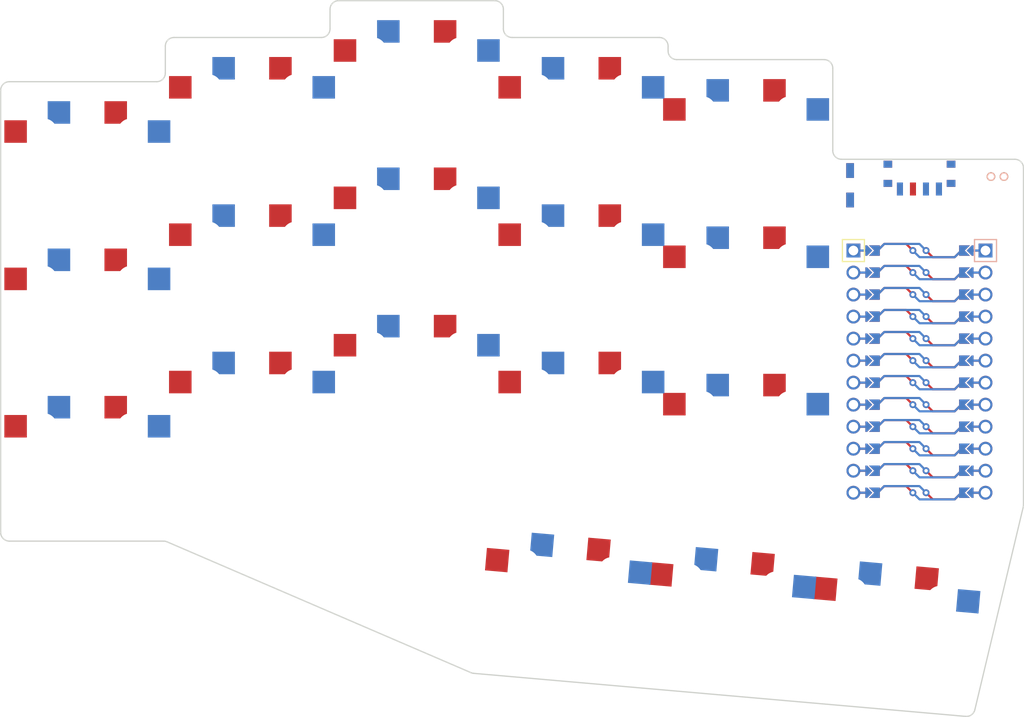
<source format=kicad_pcb>

            
(kicad_pcb (version 20171130) (host pcbnew 5.1.6)

  (page A3)
  (title_block
    (title buckyergo)
    (rev v1.0.0)
    (company Unknown)
  )

  (general
    (thickness 1.6)
  )

  (layers
    (0 F.Cu signal)
    (31 B.Cu signal)
    (32 B.Adhes user)
    (33 F.Adhes user)
    (34 B.Paste user)
    (35 F.Paste user)
    (36 B.SilkS user)
    (37 F.SilkS user)
    (38 B.Mask user)
    (39 F.Mask user)
    (40 Dwgs.User user)
    (41 Cmts.User user)
    (42 Eco1.User user)
    (43 Eco2.User user)
    (44 Edge.Cuts user)
    (45 Margin user)
    (46 B.CrtYd user)
    (47 F.CrtYd user)
    (48 B.Fab user)
    (49 F.Fab user)
  )

  (setup
    (last_trace_width 0.25)
    (trace_clearance 0.2)
    (zone_clearance 0.508)
    (zone_45_only no)
    (trace_min 0.2)
    (via_size 0.8)
    (via_drill 0.4)
    (via_min_size 0.4)
    (via_min_drill 0.3)
    (uvia_size 0.3)
    (uvia_drill 0.1)
    (uvias_allowed no)
    (uvia_min_size 0.2)
    (uvia_min_drill 0.1)
    (edge_width 0.05)
    (segment_width 0.2)
    (pcb_text_width 0.3)
    (pcb_text_size 1.5 1.5)
    (mod_edge_width 0.12)
    (mod_text_size 1 1)
    (mod_text_width 0.15)
    (pad_size 1.524 1.524)
    (pad_drill 0.762)
    (pad_to_mask_clearance 0.05)
    (aux_axis_origin 0 0)
    (visible_elements FFFFFF7F)
    (pcbplotparams
      (layerselection 0x010fc_ffffffff)
      (usegerberextensions false)
      (usegerberattributes true)
      (usegerberadvancedattributes true)
      (creategerberjobfile true)
      (excludeedgelayer true)
      (linewidth 0.100000)
      (plotframeref false)
      (viasonmask false)
      (mode 1)
      (useauxorigin false)
      (hpglpennumber 1)
      (hpglpenspeed 20)
      (hpglpendiameter 15.000000)
      (psnegative false)
      (psa4output false)
      (plotreference true)
      (plotvalue true)
      (plotinvisibletext false)
      (padsonsilk false)
      (subtractmaskfromsilk false)
      (outputformat 1)
      (mirror false)
      (drillshape 1)
      (scaleselection 1)
      (outputdirectory ""))
  )

            (net 0 "")
(net 1 "matrix_pinky_bottom")
(net 2 "GND")
(net 3 "matrix_pinky_home")
(net 4 "matrix_pinky_top")
(net 5 "matrix_ring_bottom")
(net 6 "matrix_ring_home")
(net 7 "matrix_ring_top")
(net 8 "matrix_middle_bottom")
(net 9 "matrix_middle_home")
(net 10 "matrix_middle_top")
(net 11 "matrix_index_bottom")
(net 12 "matrix_index_home")
(net 13 "matrix_index_top")
(net 14 "matrix_inner_bottom")
(net 15 "matrix_inner_home")
(net 16 "matrix_inner_top")
(net 17 "thumbs_near")
(net 18 "thumbs_home")
(net 19 "thumbs_far")
(net 20 "RAW")
(net 21 "RST")
(net 22 "VCC")
(net 23 "pos")
            
  (net_class Default "This is the default net class."
    (clearance 0.2)
    (trace_width 0.25)
    (via_dia 0.8)
    (via_drill 0.4)
    (uvia_dia 0.3)
    (uvia_drill 0.1)
    (add_net "")
(add_net "matrix_pinky_bottom")
(add_net "GND")
(add_net "matrix_pinky_home")
(add_net "matrix_pinky_top")
(add_net "matrix_ring_bottom")
(add_net "matrix_ring_home")
(add_net "matrix_ring_top")
(add_net "matrix_middle_bottom")
(add_net "matrix_middle_home")
(add_net "matrix_middle_top")
(add_net "matrix_index_bottom")
(add_net "matrix_index_home")
(add_net "matrix_index_top")
(add_net "matrix_inner_bottom")
(add_net "matrix_inner_home")
(add_net "matrix_inner_top")
(add_net "thumbs_near")
(add_net "thumbs_home")
(add_net "thumbs_far")
(add_net "RAW")
(add_net "RST")
(add_net "VCC")
(add_net "pos")
  )

            
        
      (module PG1350 (layer F.Cu) (tedit 5DD50112)
      (at 0 0 0)

      
      (fp_text reference "S1" (at 0 0) (layer F.SilkS) hide (effects (font (size 1.27 1.27) (thickness 0.15))))
      (fp_text value "" (at 0 0) (layer F.SilkS) hide (effects (font (size 1.27 1.27) (thickness 0.15))))

      
      (fp_line (start -7 -6) (end -7 -7) (layer Dwgs.User) (width 0.15))
      (fp_line (start -7 7) (end -6 7) (layer Dwgs.User) (width 0.15))
      (fp_line (start -6 -7) (end -7 -7) (layer Dwgs.User) (width 0.15))
      (fp_line (start -7 7) (end -7 6) (layer Dwgs.User) (width 0.15))
      (fp_line (start 7 6) (end 7 7) (layer Dwgs.User) (width 0.15))
      (fp_line (start 7 -7) (end 6 -7) (layer Dwgs.User) (width 0.15))
      (fp_line (start 6 7) (end 7 7) (layer Dwgs.User) (width 0.15))
      (fp_line (start 7 -7) (end 7 -6) (layer Dwgs.User) (width 0.15))      
      
      
      (pad "" np_thru_hole circle (at 0 0) (size 3.429 3.429) (drill 3.429) (layers *.Cu *.Mask))
        
      
      (pad "" np_thru_hole circle (at 5.5 0) (size 1.7018 1.7018) (drill 1.7018) (layers *.Cu *.Mask))
      (pad "" np_thru_hole circle (at -5.5 0) (size 1.7018 1.7018) (drill 1.7018) (layers *.Cu *.Mask))
      
        
      
      (fp_line (start -9 -8.5) (end 9 -8.5) (layer Dwgs.User) (width 0.15))
      (fp_line (start 9 -8.5) (end 9 8.5) (layer Dwgs.User) (width 0.15))
      (fp_line (start 9 8.5) (end -9 8.5) (layer Dwgs.User) (width 0.15))
      (fp_line (start -9 8.5) (end -9 -8.5) (layer Dwgs.User) (width 0.15))
      
        
          
          (pad "" np_thru_hole circle (at 5 -3.75) (size 3 3) (drill 3) (layers *.Cu *.Mask))
          (pad "" np_thru_hole circle (at 0 -5.95) (size 3 3) (drill 3) (layers *.Cu *.Mask))
      
          
          (pad 1 smd rect (at -3.275 -5.95 0) (size 2.6 2.6) (layers B.Cu B.Paste B.Mask)  (net 1 "matrix_pinky_bottom"))
          (pad 2 smd rect (at 8.275 -3.75 0) (size 2.6 2.6) (layers B.Cu B.Paste B.Mask)  (net 2 "GND"))
        
        
          
          (pad "" np_thru_hole circle (at -5 -3.75) (size 3 3) (drill 3) (layers *.Cu *.Mask))
          (pad "" np_thru_hole circle (at 0 -5.95) (size 3 3) (drill 3) (layers *.Cu *.Mask))
      
          
          (pad 1 smd rect (at 3.275 -5.95 0) (size 2.6 2.6) (layers F.Cu F.Paste F.Mask)  (net 1 "matrix_pinky_bottom"))
          (pad 2 smd rect (at -8.275 -3.75 0) (size 2.6 2.6) (layers F.Cu F.Paste F.Mask)  (net 2 "GND"))
        )
        

        
      (module PG1350 (layer F.Cu) (tedit 5DD50112)
      (at 0 -17 0)

      
      (fp_text reference "S2" (at 0 0) (layer F.SilkS) hide (effects (font (size 1.27 1.27) (thickness 0.15))))
      (fp_text value "" (at 0 0) (layer F.SilkS) hide (effects (font (size 1.27 1.27) (thickness 0.15))))

      
      (fp_line (start -7 -6) (end -7 -7) (layer Dwgs.User) (width 0.15))
      (fp_line (start -7 7) (end -6 7) (layer Dwgs.User) (width 0.15))
      (fp_line (start -6 -7) (end -7 -7) (layer Dwgs.User) (width 0.15))
      (fp_line (start -7 7) (end -7 6) (layer Dwgs.User) (width 0.15))
      (fp_line (start 7 6) (end 7 7) (layer Dwgs.User) (width 0.15))
      (fp_line (start 7 -7) (end 6 -7) (layer Dwgs.User) (width 0.15))
      (fp_line (start 6 7) (end 7 7) (layer Dwgs.User) (width 0.15))
      (fp_line (start 7 -7) (end 7 -6) (layer Dwgs.User) (width 0.15))      
      
      
      (pad "" np_thru_hole circle (at 0 0) (size 3.429 3.429) (drill 3.429) (layers *.Cu *.Mask))
        
      
      (pad "" np_thru_hole circle (at 5.5 0) (size 1.7018 1.7018) (drill 1.7018) (layers *.Cu *.Mask))
      (pad "" np_thru_hole circle (at -5.5 0) (size 1.7018 1.7018) (drill 1.7018) (layers *.Cu *.Mask))
      
        
      
      (fp_line (start -9 -8.5) (end 9 -8.5) (layer Dwgs.User) (width 0.15))
      (fp_line (start 9 -8.5) (end 9 8.5) (layer Dwgs.User) (width 0.15))
      (fp_line (start 9 8.5) (end -9 8.5) (layer Dwgs.User) (width 0.15))
      (fp_line (start -9 8.5) (end -9 -8.5) (layer Dwgs.User) (width 0.15))
      
        
          
          (pad "" np_thru_hole circle (at 5 -3.75) (size 3 3) (drill 3) (layers *.Cu *.Mask))
          (pad "" np_thru_hole circle (at 0 -5.95) (size 3 3) (drill 3) (layers *.Cu *.Mask))
      
          
          (pad 1 smd rect (at -3.275 -5.95 0) (size 2.6 2.6) (layers B.Cu B.Paste B.Mask)  (net 3 "matrix_pinky_home"))
          (pad 2 smd rect (at 8.275 -3.75 0) (size 2.6 2.6) (layers B.Cu B.Paste B.Mask)  (net 2 "GND"))
        
        
          
          (pad "" np_thru_hole circle (at -5 -3.75) (size 3 3) (drill 3) (layers *.Cu *.Mask))
          (pad "" np_thru_hole circle (at 0 -5.95) (size 3 3) (drill 3) (layers *.Cu *.Mask))
      
          
          (pad 1 smd rect (at 3.275 -5.95 0) (size 2.6 2.6) (layers F.Cu F.Paste F.Mask)  (net 3 "matrix_pinky_home"))
          (pad 2 smd rect (at -8.275 -3.75 0) (size 2.6 2.6) (layers F.Cu F.Paste F.Mask)  (net 2 "GND"))
        )
        

        
      (module PG1350 (layer F.Cu) (tedit 5DD50112)
      (at 0 -34 0)

      
      (fp_text reference "S3" (at 0 0) (layer F.SilkS) hide (effects (font (size 1.27 1.27) (thickness 0.15))))
      (fp_text value "" (at 0 0) (layer F.SilkS) hide (effects (font (size 1.27 1.27) (thickness 0.15))))

      
      (fp_line (start -7 -6) (end -7 -7) (layer Dwgs.User) (width 0.15))
      (fp_line (start -7 7) (end -6 7) (layer Dwgs.User) (width 0.15))
      (fp_line (start -6 -7) (end -7 -7) (layer Dwgs.User) (width 0.15))
      (fp_line (start -7 7) (end -7 6) (layer Dwgs.User) (width 0.15))
      (fp_line (start 7 6) (end 7 7) (layer Dwgs.User) (width 0.15))
      (fp_line (start 7 -7) (end 6 -7) (layer Dwgs.User) (width 0.15))
      (fp_line (start 6 7) (end 7 7) (layer Dwgs.User) (width 0.15))
      (fp_line (start 7 -7) (end 7 -6) (layer Dwgs.User) (width 0.15))      
      
      
      (pad "" np_thru_hole circle (at 0 0) (size 3.429 3.429) (drill 3.429) (layers *.Cu *.Mask))
        
      
      (pad "" np_thru_hole circle (at 5.5 0) (size 1.7018 1.7018) (drill 1.7018) (layers *.Cu *.Mask))
      (pad "" np_thru_hole circle (at -5.5 0) (size 1.7018 1.7018) (drill 1.7018) (layers *.Cu *.Mask))
      
        
      
      (fp_line (start -9 -8.5) (end 9 -8.5) (layer Dwgs.User) (width 0.15))
      (fp_line (start 9 -8.5) (end 9 8.5) (layer Dwgs.User) (width 0.15))
      (fp_line (start 9 8.5) (end -9 8.5) (layer Dwgs.User) (width 0.15))
      (fp_line (start -9 8.5) (end -9 -8.5) (layer Dwgs.User) (width 0.15))
      
        
          
          (pad "" np_thru_hole circle (at 5 -3.75) (size 3 3) (drill 3) (layers *.Cu *.Mask))
          (pad "" np_thru_hole circle (at 0 -5.95) (size 3 3) (drill 3) (layers *.Cu *.Mask))
      
          
          (pad 1 smd rect (at -3.275 -5.95 0) (size 2.6 2.6) (layers B.Cu B.Paste B.Mask)  (net 4 "matrix_pinky_top"))
          (pad 2 smd rect (at 8.275 -3.75 0) (size 2.6 2.6) (layers B.Cu B.Paste B.Mask)  (net 2 "GND"))
        
        
          
          (pad "" np_thru_hole circle (at -5 -3.75) (size 3 3) (drill 3) (layers *.Cu *.Mask))
          (pad "" np_thru_hole circle (at 0 -5.95) (size 3 3) (drill 3) (layers *.Cu *.Mask))
      
          
          (pad 1 smd rect (at 3.275 -5.95 0) (size 2.6 2.6) (layers F.Cu F.Paste F.Mask)  (net 4 "matrix_pinky_top"))
          (pad 2 smd rect (at -8.275 -3.75 0) (size 2.6 2.6) (layers F.Cu F.Paste F.Mask)  (net 2 "GND"))
        )
        

        
      (module PG1350 (layer F.Cu) (tedit 5DD50112)
      (at 19 -5.1 0)

      
      (fp_text reference "S4" (at 0 0) (layer F.SilkS) hide (effects (font (size 1.27 1.27) (thickness 0.15))))
      (fp_text value "" (at 0 0) (layer F.SilkS) hide (effects (font (size 1.27 1.27) (thickness 0.15))))

      
      (fp_line (start -7 -6) (end -7 -7) (layer Dwgs.User) (width 0.15))
      (fp_line (start -7 7) (end -6 7) (layer Dwgs.User) (width 0.15))
      (fp_line (start -6 -7) (end -7 -7) (layer Dwgs.User) (width 0.15))
      (fp_line (start -7 7) (end -7 6) (layer Dwgs.User) (width 0.15))
      (fp_line (start 7 6) (end 7 7) (layer Dwgs.User) (width 0.15))
      (fp_line (start 7 -7) (end 6 -7) (layer Dwgs.User) (width 0.15))
      (fp_line (start 6 7) (end 7 7) (layer Dwgs.User) (width 0.15))
      (fp_line (start 7 -7) (end 7 -6) (layer Dwgs.User) (width 0.15))      
      
      
      (pad "" np_thru_hole circle (at 0 0) (size 3.429 3.429) (drill 3.429) (layers *.Cu *.Mask))
        
      
      (pad "" np_thru_hole circle (at 5.5 0) (size 1.7018 1.7018) (drill 1.7018) (layers *.Cu *.Mask))
      (pad "" np_thru_hole circle (at -5.5 0) (size 1.7018 1.7018) (drill 1.7018) (layers *.Cu *.Mask))
      
        
      
      (fp_line (start -9 -8.5) (end 9 -8.5) (layer Dwgs.User) (width 0.15))
      (fp_line (start 9 -8.5) (end 9 8.5) (layer Dwgs.User) (width 0.15))
      (fp_line (start 9 8.5) (end -9 8.5) (layer Dwgs.User) (width 0.15))
      (fp_line (start -9 8.5) (end -9 -8.5) (layer Dwgs.User) (width 0.15))
      
        
          
          (pad "" np_thru_hole circle (at 5 -3.75) (size 3 3) (drill 3) (layers *.Cu *.Mask))
          (pad "" np_thru_hole circle (at 0 -5.95) (size 3 3) (drill 3) (layers *.Cu *.Mask))
      
          
          (pad 1 smd rect (at -3.275 -5.95 0) (size 2.6 2.6) (layers B.Cu B.Paste B.Mask)  (net 5 "matrix_ring_bottom"))
          (pad 2 smd rect (at 8.275 -3.75 0) (size 2.6 2.6) (layers B.Cu B.Paste B.Mask)  (net 2 "GND"))
        
        
          
          (pad "" np_thru_hole circle (at -5 -3.75) (size 3 3) (drill 3) (layers *.Cu *.Mask))
          (pad "" np_thru_hole circle (at 0 -5.95) (size 3 3) (drill 3) (layers *.Cu *.Mask))
      
          
          (pad 1 smd rect (at 3.275 -5.95 0) (size 2.6 2.6) (layers F.Cu F.Paste F.Mask)  (net 5 "matrix_ring_bottom"))
          (pad 2 smd rect (at -8.275 -3.75 0) (size 2.6 2.6) (layers F.Cu F.Paste F.Mask)  (net 2 "GND"))
        )
        

        
      (module PG1350 (layer F.Cu) (tedit 5DD50112)
      (at 19 -22.1 0)

      
      (fp_text reference "S5" (at 0 0) (layer F.SilkS) hide (effects (font (size 1.27 1.27) (thickness 0.15))))
      (fp_text value "" (at 0 0) (layer F.SilkS) hide (effects (font (size 1.27 1.27) (thickness 0.15))))

      
      (fp_line (start -7 -6) (end -7 -7) (layer Dwgs.User) (width 0.15))
      (fp_line (start -7 7) (end -6 7) (layer Dwgs.User) (width 0.15))
      (fp_line (start -6 -7) (end -7 -7) (layer Dwgs.User) (width 0.15))
      (fp_line (start -7 7) (end -7 6) (layer Dwgs.User) (width 0.15))
      (fp_line (start 7 6) (end 7 7) (layer Dwgs.User) (width 0.15))
      (fp_line (start 7 -7) (end 6 -7) (layer Dwgs.User) (width 0.15))
      (fp_line (start 6 7) (end 7 7) (layer Dwgs.User) (width 0.15))
      (fp_line (start 7 -7) (end 7 -6) (layer Dwgs.User) (width 0.15))      
      
      
      (pad "" np_thru_hole circle (at 0 0) (size 3.429 3.429) (drill 3.429) (layers *.Cu *.Mask))
        
      
      (pad "" np_thru_hole circle (at 5.5 0) (size 1.7018 1.7018) (drill 1.7018) (layers *.Cu *.Mask))
      (pad "" np_thru_hole circle (at -5.5 0) (size 1.7018 1.7018) (drill 1.7018) (layers *.Cu *.Mask))
      
        
      
      (fp_line (start -9 -8.5) (end 9 -8.5) (layer Dwgs.User) (width 0.15))
      (fp_line (start 9 -8.5) (end 9 8.5) (layer Dwgs.User) (width 0.15))
      (fp_line (start 9 8.5) (end -9 8.5) (layer Dwgs.User) (width 0.15))
      (fp_line (start -9 8.5) (end -9 -8.5) (layer Dwgs.User) (width 0.15))
      
        
          
          (pad "" np_thru_hole circle (at 5 -3.75) (size 3 3) (drill 3) (layers *.Cu *.Mask))
          (pad "" np_thru_hole circle (at 0 -5.95) (size 3 3) (drill 3) (layers *.Cu *.Mask))
      
          
          (pad 1 smd rect (at -3.275 -5.95 0) (size 2.6 2.6) (layers B.Cu B.Paste B.Mask)  (net 6 "matrix_ring_home"))
          (pad 2 smd rect (at 8.275 -3.75 0) (size 2.6 2.6) (layers B.Cu B.Paste B.Mask)  (net 2 "GND"))
        
        
          
          (pad "" np_thru_hole circle (at -5 -3.75) (size 3 3) (drill 3) (layers *.Cu *.Mask))
          (pad "" np_thru_hole circle (at 0 -5.95) (size 3 3) (drill 3) (layers *.Cu *.Mask))
      
          
          (pad 1 smd rect (at 3.275 -5.95 0) (size 2.6 2.6) (layers F.Cu F.Paste F.Mask)  (net 6 "matrix_ring_home"))
          (pad 2 smd rect (at -8.275 -3.75 0) (size 2.6 2.6) (layers F.Cu F.Paste F.Mask)  (net 2 "GND"))
        )
        

        
      (module PG1350 (layer F.Cu) (tedit 5DD50112)
      (at 19 -39.1 0)

      
      (fp_text reference "S6" (at 0 0) (layer F.SilkS) hide (effects (font (size 1.27 1.27) (thickness 0.15))))
      (fp_text value "" (at 0 0) (layer F.SilkS) hide (effects (font (size 1.27 1.27) (thickness 0.15))))

      
      (fp_line (start -7 -6) (end -7 -7) (layer Dwgs.User) (width 0.15))
      (fp_line (start -7 7) (end -6 7) (layer Dwgs.User) (width 0.15))
      (fp_line (start -6 -7) (end -7 -7) (layer Dwgs.User) (width 0.15))
      (fp_line (start -7 7) (end -7 6) (layer Dwgs.User) (width 0.15))
      (fp_line (start 7 6) (end 7 7) (layer Dwgs.User) (width 0.15))
      (fp_line (start 7 -7) (end 6 -7) (layer Dwgs.User) (width 0.15))
      (fp_line (start 6 7) (end 7 7) (layer Dwgs.User) (width 0.15))
      (fp_line (start 7 -7) (end 7 -6) (layer Dwgs.User) (width 0.15))      
      
      
      (pad "" np_thru_hole circle (at 0 0) (size 3.429 3.429) (drill 3.429) (layers *.Cu *.Mask))
        
      
      (pad "" np_thru_hole circle (at 5.5 0) (size 1.7018 1.7018) (drill 1.7018) (layers *.Cu *.Mask))
      (pad "" np_thru_hole circle (at -5.5 0) (size 1.7018 1.7018) (drill 1.7018) (layers *.Cu *.Mask))
      
        
      
      (fp_line (start -9 -8.5) (end 9 -8.5) (layer Dwgs.User) (width 0.15))
      (fp_line (start 9 -8.5) (end 9 8.5) (layer Dwgs.User) (width 0.15))
      (fp_line (start 9 8.5) (end -9 8.5) (layer Dwgs.User) (width 0.15))
      (fp_line (start -9 8.5) (end -9 -8.5) (layer Dwgs.User) (width 0.15))
      
        
          
          (pad "" np_thru_hole circle (at 5 -3.75) (size 3 3) (drill 3) (layers *.Cu *.Mask))
          (pad "" np_thru_hole circle (at 0 -5.95) (size 3 3) (drill 3) (layers *.Cu *.Mask))
      
          
          (pad 1 smd rect (at -3.275 -5.95 0) (size 2.6 2.6) (layers B.Cu B.Paste B.Mask)  (net 7 "matrix_ring_top"))
          (pad 2 smd rect (at 8.275 -3.75 0) (size 2.6 2.6) (layers B.Cu B.Paste B.Mask)  (net 2 "GND"))
        
        
          
          (pad "" np_thru_hole circle (at -5 -3.75) (size 3 3) (drill 3) (layers *.Cu *.Mask))
          (pad "" np_thru_hole circle (at 0 -5.95) (size 3 3) (drill 3) (layers *.Cu *.Mask))
      
          
          (pad 1 smd rect (at 3.275 -5.95 0) (size 2.6 2.6) (layers F.Cu F.Paste F.Mask)  (net 7 "matrix_ring_top"))
          (pad 2 smd rect (at -8.275 -3.75 0) (size 2.6 2.6) (layers F.Cu F.Paste F.Mask)  (net 2 "GND"))
        )
        

        
      (module PG1350 (layer F.Cu) (tedit 5DD50112)
      (at 38 -9.35 0)

      
      (fp_text reference "S7" (at 0 0) (layer F.SilkS) hide (effects (font (size 1.27 1.27) (thickness 0.15))))
      (fp_text value "" (at 0 0) (layer F.SilkS) hide (effects (font (size 1.27 1.27) (thickness 0.15))))

      
      (fp_line (start -7 -6) (end -7 -7) (layer Dwgs.User) (width 0.15))
      (fp_line (start -7 7) (end -6 7) (layer Dwgs.User) (width 0.15))
      (fp_line (start -6 -7) (end -7 -7) (layer Dwgs.User) (width 0.15))
      (fp_line (start -7 7) (end -7 6) (layer Dwgs.User) (width 0.15))
      (fp_line (start 7 6) (end 7 7) (layer Dwgs.User) (width 0.15))
      (fp_line (start 7 -7) (end 6 -7) (layer Dwgs.User) (width 0.15))
      (fp_line (start 6 7) (end 7 7) (layer Dwgs.User) (width 0.15))
      (fp_line (start 7 -7) (end 7 -6) (layer Dwgs.User) (width 0.15))      
      
      
      (pad "" np_thru_hole circle (at 0 0) (size 3.429 3.429) (drill 3.429) (layers *.Cu *.Mask))
        
      
      (pad "" np_thru_hole circle (at 5.5 0) (size 1.7018 1.7018) (drill 1.7018) (layers *.Cu *.Mask))
      (pad "" np_thru_hole circle (at -5.5 0) (size 1.7018 1.7018) (drill 1.7018) (layers *.Cu *.Mask))
      
        
      
      (fp_line (start -9 -8.5) (end 9 -8.5) (layer Dwgs.User) (width 0.15))
      (fp_line (start 9 -8.5) (end 9 8.5) (layer Dwgs.User) (width 0.15))
      (fp_line (start 9 8.5) (end -9 8.5) (layer Dwgs.User) (width 0.15))
      (fp_line (start -9 8.5) (end -9 -8.5) (layer Dwgs.User) (width 0.15))
      
        
          
          (pad "" np_thru_hole circle (at 5 -3.75) (size 3 3) (drill 3) (layers *.Cu *.Mask))
          (pad "" np_thru_hole circle (at 0 -5.95) (size 3 3) (drill 3) (layers *.Cu *.Mask))
      
          
          (pad 1 smd rect (at -3.275 -5.95 0) (size 2.6 2.6) (layers B.Cu B.Paste B.Mask)  (net 8 "matrix_middle_bottom"))
          (pad 2 smd rect (at 8.275 -3.75 0) (size 2.6 2.6) (layers B.Cu B.Paste B.Mask)  (net 2 "GND"))
        
        
          
          (pad "" np_thru_hole circle (at -5 -3.75) (size 3 3) (drill 3) (layers *.Cu *.Mask))
          (pad "" np_thru_hole circle (at 0 -5.95) (size 3 3) (drill 3) (layers *.Cu *.Mask))
      
          
          (pad 1 smd rect (at 3.275 -5.95 0) (size 2.6 2.6) (layers F.Cu F.Paste F.Mask)  (net 8 "matrix_middle_bottom"))
          (pad 2 smd rect (at -8.275 -3.75 0) (size 2.6 2.6) (layers F.Cu F.Paste F.Mask)  (net 2 "GND"))
        )
        

        
      (module PG1350 (layer F.Cu) (tedit 5DD50112)
      (at 38 -26.35 0)

      
      (fp_text reference "S8" (at 0 0) (layer F.SilkS) hide (effects (font (size 1.27 1.27) (thickness 0.15))))
      (fp_text value "" (at 0 0) (layer F.SilkS) hide (effects (font (size 1.27 1.27) (thickness 0.15))))

      
      (fp_line (start -7 -6) (end -7 -7) (layer Dwgs.User) (width 0.15))
      (fp_line (start -7 7) (end -6 7) (layer Dwgs.User) (width 0.15))
      (fp_line (start -6 -7) (end -7 -7) (layer Dwgs.User) (width 0.15))
      (fp_line (start -7 7) (end -7 6) (layer Dwgs.User) (width 0.15))
      (fp_line (start 7 6) (end 7 7) (layer Dwgs.User) (width 0.15))
      (fp_line (start 7 -7) (end 6 -7) (layer Dwgs.User) (width 0.15))
      (fp_line (start 6 7) (end 7 7) (layer Dwgs.User) (width 0.15))
      (fp_line (start 7 -7) (end 7 -6) (layer Dwgs.User) (width 0.15))      
      
      
      (pad "" np_thru_hole circle (at 0 0) (size 3.429 3.429) (drill 3.429) (layers *.Cu *.Mask))
        
      
      (pad "" np_thru_hole circle (at 5.5 0) (size 1.7018 1.7018) (drill 1.7018) (layers *.Cu *.Mask))
      (pad "" np_thru_hole circle (at -5.5 0) (size 1.7018 1.7018) (drill 1.7018) (layers *.Cu *.Mask))
      
        
      
      (fp_line (start -9 -8.5) (end 9 -8.5) (layer Dwgs.User) (width 0.15))
      (fp_line (start 9 -8.5) (end 9 8.5) (layer Dwgs.User) (width 0.15))
      (fp_line (start 9 8.5) (end -9 8.5) (layer Dwgs.User) (width 0.15))
      (fp_line (start -9 8.5) (end -9 -8.5) (layer Dwgs.User) (width 0.15))
      
        
          
          (pad "" np_thru_hole circle (at 5 -3.75) (size 3 3) (drill 3) (layers *.Cu *.Mask))
          (pad "" np_thru_hole circle (at 0 -5.95) (size 3 3) (drill 3) (layers *.Cu *.Mask))
      
          
          (pad 1 smd rect (at -3.275 -5.95 0) (size 2.6 2.6) (layers B.Cu B.Paste B.Mask)  (net 9 "matrix_middle_home"))
          (pad 2 smd rect (at 8.275 -3.75 0) (size 2.6 2.6) (layers B.Cu B.Paste B.Mask)  (net 2 "GND"))
        
        
          
          (pad "" np_thru_hole circle (at -5 -3.75) (size 3 3) (drill 3) (layers *.Cu *.Mask))
          (pad "" np_thru_hole circle (at 0 -5.95) (size 3 3) (drill 3) (layers *.Cu *.Mask))
      
          
          (pad 1 smd rect (at 3.275 -5.95 0) (size 2.6 2.6) (layers F.Cu F.Paste F.Mask)  (net 9 "matrix_middle_home"))
          (pad 2 smd rect (at -8.275 -3.75 0) (size 2.6 2.6) (layers F.Cu F.Paste F.Mask)  (net 2 "GND"))
        )
        

        
      (module PG1350 (layer F.Cu) (tedit 5DD50112)
      (at 38 -43.35 0)

      
      (fp_text reference "S9" (at 0 0) (layer F.SilkS) hide (effects (font (size 1.27 1.27) (thickness 0.15))))
      (fp_text value "" (at 0 0) (layer F.SilkS) hide (effects (font (size 1.27 1.27) (thickness 0.15))))

      
      (fp_line (start -7 -6) (end -7 -7) (layer Dwgs.User) (width 0.15))
      (fp_line (start -7 7) (end -6 7) (layer Dwgs.User) (width 0.15))
      (fp_line (start -6 -7) (end -7 -7) (layer Dwgs.User) (width 0.15))
      (fp_line (start -7 7) (end -7 6) (layer Dwgs.User) (width 0.15))
      (fp_line (start 7 6) (end 7 7) (layer Dwgs.User) (width 0.15))
      (fp_line (start 7 -7) (end 6 -7) (layer Dwgs.User) (width 0.15))
      (fp_line (start 6 7) (end 7 7) (layer Dwgs.User) (width 0.15))
      (fp_line (start 7 -7) (end 7 -6) (layer Dwgs.User) (width 0.15))      
      
      
      (pad "" np_thru_hole circle (at 0 0) (size 3.429 3.429) (drill 3.429) (layers *.Cu *.Mask))
        
      
      (pad "" np_thru_hole circle (at 5.5 0) (size 1.7018 1.7018) (drill 1.7018) (layers *.Cu *.Mask))
      (pad "" np_thru_hole circle (at -5.5 0) (size 1.7018 1.7018) (drill 1.7018) (layers *.Cu *.Mask))
      
        
      
      (fp_line (start -9 -8.5) (end 9 -8.5) (layer Dwgs.User) (width 0.15))
      (fp_line (start 9 -8.5) (end 9 8.5) (layer Dwgs.User) (width 0.15))
      (fp_line (start 9 8.5) (end -9 8.5) (layer Dwgs.User) (width 0.15))
      (fp_line (start -9 8.5) (end -9 -8.5) (layer Dwgs.User) (width 0.15))
      
        
          
          (pad "" np_thru_hole circle (at 5 -3.75) (size 3 3) (drill 3) (layers *.Cu *.Mask))
          (pad "" np_thru_hole circle (at 0 -5.95) (size 3 3) (drill 3) (layers *.Cu *.Mask))
      
          
          (pad 1 smd rect (at -3.275 -5.95 0) (size 2.6 2.6) (layers B.Cu B.Paste B.Mask)  (net 10 "matrix_middle_top"))
          (pad 2 smd rect (at 8.275 -3.75 0) (size 2.6 2.6) (layers B.Cu B.Paste B.Mask)  (net 2 "GND"))
        
        
          
          (pad "" np_thru_hole circle (at -5 -3.75) (size 3 3) (drill 3) (layers *.Cu *.Mask))
          (pad "" np_thru_hole circle (at 0 -5.95) (size 3 3) (drill 3) (layers *.Cu *.Mask))
      
          
          (pad 1 smd rect (at 3.275 -5.95 0) (size 2.6 2.6) (layers F.Cu F.Paste F.Mask)  (net 10 "matrix_middle_top"))
          (pad 2 smd rect (at -8.275 -3.75 0) (size 2.6 2.6) (layers F.Cu F.Paste F.Mask)  (net 2 "GND"))
        )
        

        
      (module PG1350 (layer F.Cu) (tedit 5DD50112)
      (at 57 -5.1 0)

      
      (fp_text reference "S10" (at 0 0) (layer F.SilkS) hide (effects (font (size 1.27 1.27) (thickness 0.15))))
      (fp_text value "" (at 0 0) (layer F.SilkS) hide (effects (font (size 1.27 1.27) (thickness 0.15))))

      
      (fp_line (start -7 -6) (end -7 -7) (layer Dwgs.User) (width 0.15))
      (fp_line (start -7 7) (end -6 7) (layer Dwgs.User) (width 0.15))
      (fp_line (start -6 -7) (end -7 -7) (layer Dwgs.User) (width 0.15))
      (fp_line (start -7 7) (end -7 6) (layer Dwgs.User) (width 0.15))
      (fp_line (start 7 6) (end 7 7) (layer Dwgs.User) (width 0.15))
      (fp_line (start 7 -7) (end 6 -7) (layer Dwgs.User) (width 0.15))
      (fp_line (start 6 7) (end 7 7) (layer Dwgs.User) (width 0.15))
      (fp_line (start 7 -7) (end 7 -6) (layer Dwgs.User) (width 0.15))      
      
      
      (pad "" np_thru_hole circle (at 0 0) (size 3.429 3.429) (drill 3.429) (layers *.Cu *.Mask))
        
      
      (pad "" np_thru_hole circle (at 5.5 0) (size 1.7018 1.7018) (drill 1.7018) (layers *.Cu *.Mask))
      (pad "" np_thru_hole circle (at -5.5 0) (size 1.7018 1.7018) (drill 1.7018) (layers *.Cu *.Mask))
      
        
      
      (fp_line (start -9 -8.5) (end 9 -8.5) (layer Dwgs.User) (width 0.15))
      (fp_line (start 9 -8.5) (end 9 8.5) (layer Dwgs.User) (width 0.15))
      (fp_line (start 9 8.5) (end -9 8.5) (layer Dwgs.User) (width 0.15))
      (fp_line (start -9 8.5) (end -9 -8.5) (layer Dwgs.User) (width 0.15))
      
        
          
          (pad "" np_thru_hole circle (at 5 -3.75) (size 3 3) (drill 3) (layers *.Cu *.Mask))
          (pad "" np_thru_hole circle (at 0 -5.95) (size 3 3) (drill 3) (layers *.Cu *.Mask))
      
          
          (pad 1 smd rect (at -3.275 -5.95 0) (size 2.6 2.6) (layers B.Cu B.Paste B.Mask)  (net 11 "matrix_index_bottom"))
          (pad 2 smd rect (at 8.275 -3.75 0) (size 2.6 2.6) (layers B.Cu B.Paste B.Mask)  (net 2 "GND"))
        
        
          
          (pad "" np_thru_hole circle (at -5 -3.75) (size 3 3) (drill 3) (layers *.Cu *.Mask))
          (pad "" np_thru_hole circle (at 0 -5.95) (size 3 3) (drill 3) (layers *.Cu *.Mask))
      
          
          (pad 1 smd rect (at 3.275 -5.95 0) (size 2.6 2.6) (layers F.Cu F.Paste F.Mask)  (net 11 "matrix_index_bottom"))
          (pad 2 smd rect (at -8.275 -3.75 0) (size 2.6 2.6) (layers F.Cu F.Paste F.Mask)  (net 2 "GND"))
        )
        

        
      (module PG1350 (layer F.Cu) (tedit 5DD50112)
      (at 57 -22.1 0)

      
      (fp_text reference "S11" (at 0 0) (layer F.SilkS) hide (effects (font (size 1.27 1.27) (thickness 0.15))))
      (fp_text value "" (at 0 0) (layer F.SilkS) hide (effects (font (size 1.27 1.27) (thickness 0.15))))

      
      (fp_line (start -7 -6) (end -7 -7) (layer Dwgs.User) (width 0.15))
      (fp_line (start -7 7) (end -6 7) (layer Dwgs.User) (width 0.15))
      (fp_line (start -6 -7) (end -7 -7) (layer Dwgs.User) (width 0.15))
      (fp_line (start -7 7) (end -7 6) (layer Dwgs.User) (width 0.15))
      (fp_line (start 7 6) (end 7 7) (layer Dwgs.User) (width 0.15))
      (fp_line (start 7 -7) (end 6 -7) (layer Dwgs.User) (width 0.15))
      (fp_line (start 6 7) (end 7 7) (layer Dwgs.User) (width 0.15))
      (fp_line (start 7 -7) (end 7 -6) (layer Dwgs.User) (width 0.15))      
      
      
      (pad "" np_thru_hole circle (at 0 0) (size 3.429 3.429) (drill 3.429) (layers *.Cu *.Mask))
        
      
      (pad "" np_thru_hole circle (at 5.5 0) (size 1.7018 1.7018) (drill 1.7018) (layers *.Cu *.Mask))
      (pad "" np_thru_hole circle (at -5.5 0) (size 1.7018 1.7018) (drill 1.7018) (layers *.Cu *.Mask))
      
        
      
      (fp_line (start -9 -8.5) (end 9 -8.5) (layer Dwgs.User) (width 0.15))
      (fp_line (start 9 -8.5) (end 9 8.5) (layer Dwgs.User) (width 0.15))
      (fp_line (start 9 8.5) (end -9 8.5) (layer Dwgs.User) (width 0.15))
      (fp_line (start -9 8.5) (end -9 -8.5) (layer Dwgs.User) (width 0.15))
      
        
          
          (pad "" np_thru_hole circle (at 5 -3.75) (size 3 3) (drill 3) (layers *.Cu *.Mask))
          (pad "" np_thru_hole circle (at 0 -5.95) (size 3 3) (drill 3) (layers *.Cu *.Mask))
      
          
          (pad 1 smd rect (at -3.275 -5.95 0) (size 2.6 2.6) (layers B.Cu B.Paste B.Mask)  (net 12 "matrix_index_home"))
          (pad 2 smd rect (at 8.275 -3.75 0) (size 2.6 2.6) (layers B.Cu B.Paste B.Mask)  (net 2 "GND"))
        
        
          
          (pad "" np_thru_hole circle (at -5 -3.75) (size 3 3) (drill 3) (layers *.Cu *.Mask))
          (pad "" np_thru_hole circle (at 0 -5.95) (size 3 3) (drill 3) (layers *.Cu *.Mask))
      
          
          (pad 1 smd rect (at 3.275 -5.95 0) (size 2.6 2.6) (layers F.Cu F.Paste F.Mask)  (net 12 "matrix_index_home"))
          (pad 2 smd rect (at -8.275 -3.75 0) (size 2.6 2.6) (layers F.Cu F.Paste F.Mask)  (net 2 "GND"))
        )
        

        
      (module PG1350 (layer F.Cu) (tedit 5DD50112)
      (at 57 -39.1 0)

      
      (fp_text reference "S12" (at 0 0) (layer F.SilkS) hide (effects (font (size 1.27 1.27) (thickness 0.15))))
      (fp_text value "" (at 0 0) (layer F.SilkS) hide (effects (font (size 1.27 1.27) (thickness 0.15))))

      
      (fp_line (start -7 -6) (end -7 -7) (layer Dwgs.User) (width 0.15))
      (fp_line (start -7 7) (end -6 7) (layer Dwgs.User) (width 0.15))
      (fp_line (start -6 -7) (end -7 -7) (layer Dwgs.User) (width 0.15))
      (fp_line (start -7 7) (end -7 6) (layer Dwgs.User) (width 0.15))
      (fp_line (start 7 6) (end 7 7) (layer Dwgs.User) (width 0.15))
      (fp_line (start 7 -7) (end 6 -7) (layer Dwgs.User) (width 0.15))
      (fp_line (start 6 7) (end 7 7) (layer Dwgs.User) (width 0.15))
      (fp_line (start 7 -7) (end 7 -6) (layer Dwgs.User) (width 0.15))      
      
      
      (pad "" np_thru_hole circle (at 0 0) (size 3.429 3.429) (drill 3.429) (layers *.Cu *.Mask))
        
      
      (pad "" np_thru_hole circle (at 5.5 0) (size 1.7018 1.7018) (drill 1.7018) (layers *.Cu *.Mask))
      (pad "" np_thru_hole circle (at -5.5 0) (size 1.7018 1.7018) (drill 1.7018) (layers *.Cu *.Mask))
      
        
      
      (fp_line (start -9 -8.5) (end 9 -8.5) (layer Dwgs.User) (width 0.15))
      (fp_line (start 9 -8.5) (end 9 8.5) (layer Dwgs.User) (width 0.15))
      (fp_line (start 9 8.5) (end -9 8.5) (layer Dwgs.User) (width 0.15))
      (fp_line (start -9 8.5) (end -9 -8.5) (layer Dwgs.User) (width 0.15))
      
        
          
          (pad "" np_thru_hole circle (at 5 -3.75) (size 3 3) (drill 3) (layers *.Cu *.Mask))
          (pad "" np_thru_hole circle (at 0 -5.95) (size 3 3) (drill 3) (layers *.Cu *.Mask))
      
          
          (pad 1 smd rect (at -3.275 -5.95 0) (size 2.6 2.6) (layers B.Cu B.Paste B.Mask)  (net 13 "matrix_index_top"))
          (pad 2 smd rect (at 8.275 -3.75 0) (size 2.6 2.6) (layers B.Cu B.Paste B.Mask)  (net 2 "GND"))
        
        
          
          (pad "" np_thru_hole circle (at -5 -3.75) (size 3 3) (drill 3) (layers *.Cu *.Mask))
          (pad "" np_thru_hole circle (at 0 -5.95) (size 3 3) (drill 3) (layers *.Cu *.Mask))
      
          
          (pad 1 smd rect (at 3.275 -5.95 0) (size 2.6 2.6) (layers F.Cu F.Paste F.Mask)  (net 13 "matrix_index_top"))
          (pad 2 smd rect (at -8.275 -3.75 0) (size 2.6 2.6) (layers F.Cu F.Paste F.Mask)  (net 2 "GND"))
        )
        

        
      (module PG1350 (layer F.Cu) (tedit 5DD50112)
      (at 76 -2.55 0)

      
      (fp_text reference "S13" (at 0 0) (layer F.SilkS) hide (effects (font (size 1.27 1.27) (thickness 0.15))))
      (fp_text value "" (at 0 0) (layer F.SilkS) hide (effects (font (size 1.27 1.27) (thickness 0.15))))

      
      (fp_line (start -7 -6) (end -7 -7) (layer Dwgs.User) (width 0.15))
      (fp_line (start -7 7) (end -6 7) (layer Dwgs.User) (width 0.15))
      (fp_line (start -6 -7) (end -7 -7) (layer Dwgs.User) (width 0.15))
      (fp_line (start -7 7) (end -7 6) (layer Dwgs.User) (width 0.15))
      (fp_line (start 7 6) (end 7 7) (layer Dwgs.User) (width 0.15))
      (fp_line (start 7 -7) (end 6 -7) (layer Dwgs.User) (width 0.15))
      (fp_line (start 6 7) (end 7 7) (layer Dwgs.User) (width 0.15))
      (fp_line (start 7 -7) (end 7 -6) (layer Dwgs.User) (width 0.15))      
      
      
      (pad "" np_thru_hole circle (at 0 0) (size 3.429 3.429) (drill 3.429) (layers *.Cu *.Mask))
        
      
      (pad "" np_thru_hole circle (at 5.5 0) (size 1.7018 1.7018) (drill 1.7018) (layers *.Cu *.Mask))
      (pad "" np_thru_hole circle (at -5.5 0) (size 1.7018 1.7018) (drill 1.7018) (layers *.Cu *.Mask))
      
        
      
      (fp_line (start -9 -8.5) (end 9 -8.5) (layer Dwgs.User) (width 0.15))
      (fp_line (start 9 -8.5) (end 9 8.5) (layer Dwgs.User) (width 0.15))
      (fp_line (start 9 8.5) (end -9 8.5) (layer Dwgs.User) (width 0.15))
      (fp_line (start -9 8.5) (end -9 -8.5) (layer Dwgs.User) (width 0.15))
      
        
          
          (pad "" np_thru_hole circle (at 5 -3.75) (size 3 3) (drill 3) (layers *.Cu *.Mask))
          (pad "" np_thru_hole circle (at 0 -5.95) (size 3 3) (drill 3) (layers *.Cu *.Mask))
      
          
          (pad 1 smd rect (at -3.275 -5.95 0) (size 2.6 2.6) (layers B.Cu B.Paste B.Mask)  (net 14 "matrix_inner_bottom"))
          (pad 2 smd rect (at 8.275 -3.75 0) (size 2.6 2.6) (layers B.Cu B.Paste B.Mask)  (net 2 "GND"))
        
        
          
          (pad "" np_thru_hole circle (at -5 -3.75) (size 3 3) (drill 3) (layers *.Cu *.Mask))
          (pad "" np_thru_hole circle (at 0 -5.95) (size 3 3) (drill 3) (layers *.Cu *.Mask))
      
          
          (pad 1 smd rect (at 3.275 -5.95 0) (size 2.6 2.6) (layers F.Cu F.Paste F.Mask)  (net 14 "matrix_inner_bottom"))
          (pad 2 smd rect (at -8.275 -3.75 0) (size 2.6 2.6) (layers F.Cu F.Paste F.Mask)  (net 2 "GND"))
        )
        

        
      (module PG1350 (layer F.Cu) (tedit 5DD50112)
      (at 76 -19.55 0)

      
      (fp_text reference "S14" (at 0 0) (layer F.SilkS) hide (effects (font (size 1.27 1.27) (thickness 0.15))))
      (fp_text value "" (at 0 0) (layer F.SilkS) hide (effects (font (size 1.27 1.27) (thickness 0.15))))

      
      (fp_line (start -7 -6) (end -7 -7) (layer Dwgs.User) (width 0.15))
      (fp_line (start -7 7) (end -6 7) (layer Dwgs.User) (width 0.15))
      (fp_line (start -6 -7) (end -7 -7) (layer Dwgs.User) (width 0.15))
      (fp_line (start -7 7) (end -7 6) (layer Dwgs.User) (width 0.15))
      (fp_line (start 7 6) (end 7 7) (layer Dwgs.User) (width 0.15))
      (fp_line (start 7 -7) (end 6 -7) (layer Dwgs.User) (width 0.15))
      (fp_line (start 6 7) (end 7 7) (layer Dwgs.User) (width 0.15))
      (fp_line (start 7 -7) (end 7 -6) (layer Dwgs.User) (width 0.15))      
      
      
      (pad "" np_thru_hole circle (at 0 0) (size 3.429 3.429) (drill 3.429) (layers *.Cu *.Mask))
        
      
      (pad "" np_thru_hole circle (at 5.5 0) (size 1.7018 1.7018) (drill 1.7018) (layers *.Cu *.Mask))
      (pad "" np_thru_hole circle (at -5.5 0) (size 1.7018 1.7018) (drill 1.7018) (layers *.Cu *.Mask))
      
        
      
      (fp_line (start -9 -8.5) (end 9 -8.5) (layer Dwgs.User) (width 0.15))
      (fp_line (start 9 -8.5) (end 9 8.5) (layer Dwgs.User) (width 0.15))
      (fp_line (start 9 8.5) (end -9 8.5) (layer Dwgs.User) (width 0.15))
      (fp_line (start -9 8.5) (end -9 -8.5) (layer Dwgs.User) (width 0.15))
      
        
          
          (pad "" np_thru_hole circle (at 5 -3.75) (size 3 3) (drill 3) (layers *.Cu *.Mask))
          (pad "" np_thru_hole circle (at 0 -5.95) (size 3 3) (drill 3) (layers *.Cu *.Mask))
      
          
          (pad 1 smd rect (at -3.275 -5.95 0) (size 2.6 2.6) (layers B.Cu B.Paste B.Mask)  (net 15 "matrix_inner_home"))
          (pad 2 smd rect (at 8.275 -3.75 0) (size 2.6 2.6) (layers B.Cu B.Paste B.Mask)  (net 2 "GND"))
        
        
          
          (pad "" np_thru_hole circle (at -5 -3.75) (size 3 3) (drill 3) (layers *.Cu *.Mask))
          (pad "" np_thru_hole circle (at 0 -5.95) (size 3 3) (drill 3) (layers *.Cu *.Mask))
      
          
          (pad 1 smd rect (at 3.275 -5.95 0) (size 2.6 2.6) (layers F.Cu F.Paste F.Mask)  (net 15 "matrix_inner_home"))
          (pad 2 smd rect (at -8.275 -3.75 0) (size 2.6 2.6) (layers F.Cu F.Paste F.Mask)  (net 2 "GND"))
        )
        

        
      (module PG1350 (layer F.Cu) (tedit 5DD50112)
      (at 76 -36.55 0)

      
      (fp_text reference "S15" (at 0 0) (layer F.SilkS) hide (effects (font (size 1.27 1.27) (thickness 0.15))))
      (fp_text value "" (at 0 0) (layer F.SilkS) hide (effects (font (size 1.27 1.27) (thickness 0.15))))

      
      (fp_line (start -7 -6) (end -7 -7) (layer Dwgs.User) (width 0.15))
      (fp_line (start -7 7) (end -6 7) (layer Dwgs.User) (width 0.15))
      (fp_line (start -6 -7) (end -7 -7) (layer Dwgs.User) (width 0.15))
      (fp_line (start -7 7) (end -7 6) (layer Dwgs.User) (width 0.15))
      (fp_line (start 7 6) (end 7 7) (layer Dwgs.User) (width 0.15))
      (fp_line (start 7 -7) (end 6 -7) (layer Dwgs.User) (width 0.15))
      (fp_line (start 6 7) (end 7 7) (layer Dwgs.User) (width 0.15))
      (fp_line (start 7 -7) (end 7 -6) (layer Dwgs.User) (width 0.15))      
      
      
      (pad "" np_thru_hole circle (at 0 0) (size 3.429 3.429) (drill 3.429) (layers *.Cu *.Mask))
        
      
      (pad "" np_thru_hole circle (at 5.5 0) (size 1.7018 1.7018) (drill 1.7018) (layers *.Cu *.Mask))
      (pad "" np_thru_hole circle (at -5.5 0) (size 1.7018 1.7018) (drill 1.7018) (layers *.Cu *.Mask))
      
        
      
      (fp_line (start -9 -8.5) (end 9 -8.5) (layer Dwgs.User) (width 0.15))
      (fp_line (start 9 -8.5) (end 9 8.5) (layer Dwgs.User) (width 0.15))
      (fp_line (start 9 8.5) (end -9 8.5) (layer Dwgs.User) (width 0.15))
      (fp_line (start -9 8.5) (end -9 -8.5) (layer Dwgs.User) (width 0.15))
      
        
          
          (pad "" np_thru_hole circle (at 5 -3.75) (size 3 3) (drill 3) (layers *.Cu *.Mask))
          (pad "" np_thru_hole circle (at 0 -5.95) (size 3 3) (drill 3) (layers *.Cu *.Mask))
      
          
          (pad 1 smd rect (at -3.275 -5.95 0) (size 2.6 2.6) (layers B.Cu B.Paste B.Mask)  (net 16 "matrix_inner_top"))
          (pad 2 smd rect (at 8.275 -3.75 0) (size 2.6 2.6) (layers B.Cu B.Paste B.Mask)  (net 2 "GND"))
        
        
          
          (pad "" np_thru_hole circle (at -5 -3.75) (size 3 3) (drill 3) (layers *.Cu *.Mask))
          (pad "" np_thru_hole circle (at 0 -5.95) (size 3 3) (drill 3) (layers *.Cu *.Mask))
      
          
          (pad 1 smd rect (at 3.275 -5.95 0) (size 2.6 2.6) (layers F.Cu F.Paste F.Mask)  (net 16 "matrix_inner_top"))
          (pad 2 smd rect (at -8.275 -3.75 0) (size 2.6 2.6) (layers F.Cu F.Paste F.Mask)  (net 2 "GND"))
        )
        

        
      (module PG1350 (layer F.Cu) (tedit 5DD50112)
      (at 55.2 16.15 -5)

      
      (fp_text reference "S16" (at 0 0) (layer F.SilkS) hide (effects (font (size 1.27 1.27) (thickness 0.15))))
      (fp_text value "" (at 0 0) (layer F.SilkS) hide (effects (font (size 1.27 1.27) (thickness 0.15))))

      
      (fp_line (start -7 -6) (end -7 -7) (layer Dwgs.User) (width 0.15))
      (fp_line (start -7 7) (end -6 7) (layer Dwgs.User) (width 0.15))
      (fp_line (start -6 -7) (end -7 -7) (layer Dwgs.User) (width 0.15))
      (fp_line (start -7 7) (end -7 6) (layer Dwgs.User) (width 0.15))
      (fp_line (start 7 6) (end 7 7) (layer Dwgs.User) (width 0.15))
      (fp_line (start 7 -7) (end 6 -7) (layer Dwgs.User) (width 0.15))
      (fp_line (start 6 7) (end 7 7) (layer Dwgs.User) (width 0.15))
      (fp_line (start 7 -7) (end 7 -6) (layer Dwgs.User) (width 0.15))      
      
      
      (pad "" np_thru_hole circle (at 0 0) (size 3.429 3.429) (drill 3.429) (layers *.Cu *.Mask))
        
      
      (pad "" np_thru_hole circle (at 5.5 0) (size 1.7018 1.7018) (drill 1.7018) (layers *.Cu *.Mask))
      (pad "" np_thru_hole circle (at -5.5 0) (size 1.7018 1.7018) (drill 1.7018) (layers *.Cu *.Mask))
      
        
      
      (fp_line (start -9 -8.5) (end 9 -8.5) (layer Dwgs.User) (width 0.15))
      (fp_line (start 9 -8.5) (end 9 8.5) (layer Dwgs.User) (width 0.15))
      (fp_line (start 9 8.5) (end -9 8.5) (layer Dwgs.User) (width 0.15))
      (fp_line (start -9 8.5) (end -9 -8.5) (layer Dwgs.User) (width 0.15))
      
        
          
          (pad "" np_thru_hole circle (at 5 -3.75) (size 3 3) (drill 3) (layers *.Cu *.Mask))
          (pad "" np_thru_hole circle (at 0 -5.95) (size 3 3) (drill 3) (layers *.Cu *.Mask))
      
          
          (pad 1 smd rect (at -3.275 -5.95 -5) (size 2.6 2.6) (layers B.Cu B.Paste B.Mask)  (net 17 "thumbs_near"))
          (pad 2 smd rect (at 8.275 -3.75 -5) (size 2.6 2.6) (layers B.Cu B.Paste B.Mask)  (net 2 "GND"))
        
        
          
          (pad "" np_thru_hole circle (at -5 -3.75) (size 3 3) (drill 3) (layers *.Cu *.Mask))
          (pad "" np_thru_hole circle (at 0 -5.95) (size 3 3) (drill 3) (layers *.Cu *.Mask))
      
          
          (pad 1 smd rect (at 3.275 -5.95 -5) (size 2.6 2.6) (layers F.Cu F.Paste F.Mask)  (net 17 "thumbs_near"))
          (pad 2 smd rect (at -8.275 -3.75 -5) (size 2.6 2.6) (layers F.Cu F.Paste F.Mask)  (net 2 "GND"))
        )
        

        
      (module PG1350 (layer F.Cu) (tedit 5DD50112)
      (at 74.1276993 17.8059591 -5)

      
      (fp_text reference "S17" (at 0 0) (layer F.SilkS) hide (effects (font (size 1.27 1.27) (thickness 0.15))))
      (fp_text value "" (at 0 0) (layer F.SilkS) hide (effects (font (size 1.27 1.27) (thickness 0.15))))

      
      (fp_line (start -7 -6) (end -7 -7) (layer Dwgs.User) (width 0.15))
      (fp_line (start -7 7) (end -6 7) (layer Dwgs.User) (width 0.15))
      (fp_line (start -6 -7) (end -7 -7) (layer Dwgs.User) (width 0.15))
      (fp_line (start -7 7) (end -7 6) (layer Dwgs.User) (width 0.15))
      (fp_line (start 7 6) (end 7 7) (layer Dwgs.User) (width 0.15))
      (fp_line (start 7 -7) (end 6 -7) (layer Dwgs.User) (width 0.15))
      (fp_line (start 6 7) (end 7 7) (layer Dwgs.User) (width 0.15))
      (fp_line (start 7 -7) (end 7 -6) (layer Dwgs.User) (width 0.15))      
      
      
      (pad "" np_thru_hole circle (at 0 0) (size 3.429 3.429) (drill 3.429) (layers *.Cu *.Mask))
        
      
      (pad "" np_thru_hole circle (at 5.5 0) (size 1.7018 1.7018) (drill 1.7018) (layers *.Cu *.Mask))
      (pad "" np_thru_hole circle (at -5.5 0) (size 1.7018 1.7018) (drill 1.7018) (layers *.Cu *.Mask))
      
        
      
      (fp_line (start -9 -8.5) (end 9 -8.5) (layer Dwgs.User) (width 0.15))
      (fp_line (start 9 -8.5) (end 9 8.5) (layer Dwgs.User) (width 0.15))
      (fp_line (start 9 8.5) (end -9 8.5) (layer Dwgs.User) (width 0.15))
      (fp_line (start -9 8.5) (end -9 -8.5) (layer Dwgs.User) (width 0.15))
      
        
          
          (pad "" np_thru_hole circle (at 5 -3.75) (size 3 3) (drill 3) (layers *.Cu *.Mask))
          (pad "" np_thru_hole circle (at 0 -5.95) (size 3 3) (drill 3) (layers *.Cu *.Mask))
      
          
          (pad 1 smd rect (at -3.275 -5.95 -5) (size 2.6 2.6) (layers B.Cu B.Paste B.Mask)  (net 18 "thumbs_home"))
          (pad 2 smd rect (at 8.275 -3.75 -5) (size 2.6 2.6) (layers B.Cu B.Paste B.Mask)  (net 2 "GND"))
        
        
          
          (pad "" np_thru_hole circle (at -5 -3.75) (size 3 3) (drill 3) (layers *.Cu *.Mask))
          (pad "" np_thru_hole circle (at 0 -5.95) (size 3 3) (drill 3) (layers *.Cu *.Mask))
      
          
          (pad 1 smd rect (at 3.275 -5.95 -5) (size 2.6 2.6) (layers F.Cu F.Paste F.Mask)  (net 18 "thumbs_home"))
          (pad 2 smd rect (at -8.275 -3.75 -5) (size 2.6 2.6) (layers F.Cu F.Paste F.Mask)  (net 2 "GND"))
        )
        

        
      (module PG1350 (layer F.Cu) (tedit 5DD50112)
      (at 93.0553985 19.4619182 -5)

      
      (fp_text reference "S18" (at 0 0) (layer F.SilkS) hide (effects (font (size 1.27 1.27) (thickness 0.15))))
      (fp_text value "" (at 0 0) (layer F.SilkS) hide (effects (font (size 1.27 1.27) (thickness 0.15))))

      
      (fp_line (start -7 -6) (end -7 -7) (layer Dwgs.User) (width 0.15))
      (fp_line (start -7 7) (end -6 7) (layer Dwgs.User) (width 0.15))
      (fp_line (start -6 -7) (end -7 -7) (layer Dwgs.User) (width 0.15))
      (fp_line (start -7 7) (end -7 6) (layer Dwgs.User) (width 0.15))
      (fp_line (start 7 6) (end 7 7) (layer Dwgs.User) (width 0.15))
      (fp_line (start 7 -7) (end 6 -7) (layer Dwgs.User) (width 0.15))
      (fp_line (start 6 7) (end 7 7) (layer Dwgs.User) (width 0.15))
      (fp_line (start 7 -7) (end 7 -6) (layer Dwgs.User) (width 0.15))      
      
      
      (pad "" np_thru_hole circle (at 0 0) (size 3.429 3.429) (drill 3.429) (layers *.Cu *.Mask))
        
      
      (pad "" np_thru_hole circle (at 5.5 0) (size 1.7018 1.7018) (drill 1.7018) (layers *.Cu *.Mask))
      (pad "" np_thru_hole circle (at -5.5 0) (size 1.7018 1.7018) (drill 1.7018) (layers *.Cu *.Mask))
      
        
      
      (fp_line (start -9 -8.5) (end 9 -8.5) (layer Dwgs.User) (width 0.15))
      (fp_line (start 9 -8.5) (end 9 8.5) (layer Dwgs.User) (width 0.15))
      (fp_line (start 9 8.5) (end -9 8.5) (layer Dwgs.User) (width 0.15))
      (fp_line (start -9 8.5) (end -9 -8.5) (layer Dwgs.User) (width 0.15))
      
        
          
          (pad "" np_thru_hole circle (at 5 -3.75) (size 3 3) (drill 3) (layers *.Cu *.Mask))
          (pad "" np_thru_hole circle (at 0 -5.95) (size 3 3) (drill 3) (layers *.Cu *.Mask))
      
          
          (pad 1 smd rect (at -3.275 -5.95 -5) (size 2.6 2.6) (layers B.Cu B.Paste B.Mask)  (net 19 "thumbs_far"))
          (pad 2 smd rect (at 8.275 -3.75 -5) (size 2.6 2.6) (layers B.Cu B.Paste B.Mask)  (net 2 "GND"))
        
        
          
          (pad "" np_thru_hole circle (at -5 -3.75) (size 3 3) (drill 3) (layers *.Cu *.Mask))
          (pad "" np_thru_hole circle (at 0 -5.95) (size 3 3) (drill 3) (layers *.Cu *.Mask))
      
          
          (pad 1 smd rect (at 3.275 -5.95 -5) (size 2.6 2.6) (layers F.Cu F.Paste F.Mask)  (net 19 "thumbs_far"))
          (pad 2 smd rect (at -8.275 -3.75 -5) (size 2.6 2.6) (layers F.Cu F.Paste F.Mask)  (net 2 "GND"))
        )
        

    (module ProMicro (layer F.Cu) (tedit 6135B927)
      (at 96 -10.049999999999997 270)

    
    (descr "Solder-jumper reversible Pro Micro footprint")
    (tags "promicro ProMicro reversible solder jumper")
    (fp_text reference "MCU1" (at -16.256 -0.254 360) (layer F.SilkS) hide
      (effects (font (size 1 1) (thickness 0.15)))
    )

    
    (fp_line (start -15.24 6.35) (end -12.7 6.35) (layer F.SilkS) (width 0.15))
    (fp_line (start -15.24 6.35) (end -15.24 8.89) (layer F.SilkS) (width 0.15))
    (fp_line (start -12.7 6.35) (end -12.7 8.89) (layer F.SilkS) (width 0.15))
    (fp_line (start -12.7 8.89) (end -15.24 8.89) (layer F.SilkS) (width 0.15))
    (fp_line (start -15.24 -6.35) (end -12.7 -6.35) (layer B.SilkS) (width 0.15))
    (fp_line (start -15.24 -6.35) (end -15.24 -8.89) (layer B.SilkS) (width 0.15))
    (fp_line (start -12.7 -6.35) (end -12.7 -8.89) (layer B.SilkS) (width 0.15))
    (fp_line (start -12.7 -8.89) (end -15.24 -8.89) (layer B.SilkS) (width 0.15))

    
    (fp_line (start -19.304 -3.81) (end -14.224 -3.81) (layer Dwgs.User) (width 0.15))
    (fp_line (start -19.304 3.81) (end -19.304 -3.81) (layer Dwgs.User) (width 0.15))
    (fp_line (start -14.224 3.81) (end -19.304 3.81) (layer Dwgs.User) (width 0.15))
    (fp_line (start -14.224 -3.81) (end -14.224 3.81) (layer Dwgs.User) (width 0.15))

    (fp_circle (center 13.97 0.762) (end 14.095 0.762) (layer B.Mask) (width 0.25))
    (fp_circle (center 13.97 0.762) (end 14.095 0.762) (layer F.Mask) (width 0.25))
    (fp_circle (center 13.97 -0.762) (end 14.095 -0.762) (layer B.Mask) (width 0.25))
    (fp_circle (center 13.97 -0.762) (end 14.095 -0.762) (layer F.Mask) (width 0.25))
    (fp_circle (center 11.43 0.762) (end 11.555 0.762) (layer B.Mask) (width 0.25))
    (fp_circle (center 11.43 0.762) (end 11.555 0.762) (layer F.Mask) (width 0.25))
    (fp_circle (center 11.43 -0.762) (end 11.555 -0.762) (layer B.Mask) (width 0.25))
    (fp_circle (center 11.43 -0.762) (end 11.555 -0.762) (layer F.Mask) (width 0.25))
    (fp_circle (center 8.89 0.762) (end 9.015 0.762) (layer B.Mask) (width 0.25))
    (fp_circle (center 8.89 0.762) (end 9.015 0.762) (layer F.Mask) (width 0.25))
    (fp_circle (center 8.89 -0.762) (end 9.015 -0.762) (layer B.Mask) (width 0.25))
    (fp_circle (center 8.89 -0.762) (end 9.015 -0.762) (layer F.Mask) (width 0.25))
    (fp_circle (center 6.35 0.762) (end 6.475 0.762) (layer B.Mask) (width 0.25))
    (fp_circle (center 6.35 0.762) (end 6.475 0.762) (layer F.Mask) (width 0.25))
    (fp_circle (center 6.35 -0.762) (end 6.475 -0.762) (layer B.Mask) (width 0.25))
    (fp_circle (center 6.35 -0.762) (end 6.475 -0.762) (layer F.Mask) (width 0.25))
    (fp_circle (center 3.81 0.762) (end 3.935 0.762) (layer B.Mask) (width 0.25))
    (fp_circle (center 3.81 0.762) (end 3.935 0.762) (layer F.Mask) (width 0.25))
    (fp_circle (center 3.81 -0.762) (end 3.935 -0.762) (layer B.Mask) (width 0.25))
    (fp_circle (center 3.81 -0.762) (end 3.935 -0.762) (layer F.Mask) (width 0.25))
    (fp_circle (center 1.27 0.762) (end 1.395 0.762) (layer B.Mask) (width 0.25))
    (fp_circle (center 1.27 0.762) (end 1.395 0.762) (layer F.Mask) (width 0.25))
    (fp_circle (center 1.27 -0.762) (end 1.395 -0.762) (layer B.Mask) (width 0.25))
    (fp_circle (center 1.27 -0.762) (end 1.395 -0.762) (layer F.Mask) (width 0.25))
    (fp_circle (center -1.27 0.762) (end -1.145 0.762) (layer B.Mask) (width 0.25))
    (fp_circle (center -1.27 0.762) (end -1.145 0.762) (layer F.Mask) (width 0.25))
    (fp_circle (center -1.27 -0.762) (end -1.145 -0.762) (layer B.Mask) (width 0.25))
    (fp_circle (center -1.27 -0.762) (end -1.145 -0.762) (layer F.Mask) (width 0.25))
    (fp_circle (center -3.81 0.762) (end -3.685 0.762) (layer B.Mask) (width 0.25))
    (fp_circle (center -3.81 0.762) (end -3.685 0.762) (layer F.Mask) (width 0.25))
    (fp_circle (center -3.81 -0.762) (end -3.685 -0.762) (layer B.Mask) (width 0.25))
    (fp_circle (center -3.81 -0.762) (end -3.685 -0.762) (layer F.Mask) (width 0.25))
    (fp_circle (center -6.35 0.762) (end -6.225 0.762) (layer B.Mask) (width 0.25))
    (fp_circle (center -6.35 0.762) (end -6.225 0.762) (layer F.Mask) (width 0.25))
    (fp_circle (center -6.35 -0.762) (end -6.225 -0.762) (layer B.Mask) (width 0.25))
    (fp_circle (center -6.35 -0.762) (end -6.225 -0.762) (layer F.Mask) (width 0.25))
    (fp_circle (center -8.89 0.762) (end -8.765 0.762) (layer B.Mask) (width 0.25))
    (fp_circle (center -8.89 0.762) (end -8.765 0.762) (layer F.Mask) (width 0.25))
    (fp_circle (center -8.89 -0.762) (end -8.765 -0.762) (layer B.Mask) (width 0.25))
    (fp_circle (center -8.89 -0.762) (end -8.765 -0.762) (layer F.Mask) (width 0.25))
    (fp_circle (center -11.43 -0.762) (end -11.305 -0.762) (layer B.Mask) (width 0.25))
    (fp_circle (center -11.43 -0.762) (end -11.305 -0.762) (layer F.Mask) (width 0.25))
    (fp_circle (center -11.43 0.762) (end -11.305 0.762) (layer B.Mask) (width 0.25))
    (fp_circle (center -11.43 0.762) (end -11.305 0.762) (layer F.Mask) (width 0.25))
    (fp_circle (center -13.97 0.762) (end -13.845 0.762) (layer B.Mask) (width 0.25))
    (fp_circle (center -13.97 0.762) (end -13.845 0.762) (layer F.Mask) (width 0.25))
    (fp_circle (center -13.97 -0.762) (end -13.845 -0.762) (layer B.Mask) (width 0.25))
    (fp_circle (center -13.97 -0.762) (end -13.845 -0.762) (layer F.Mask) (width 0.25))
    (fp_poly (pts (xy 14.478 -5.08) (xy 13.462 -5.08) (xy 13.462 -6.096) (xy 14.478 -6.096)) (layer B.Mask) (width 0.1))
    (fp_poly (pts (xy 11.938 -5.08) (xy 10.922 -5.08) (xy 10.922 -6.096) (xy 11.938 -6.096)) (layer B.Mask) (width 0.1))
    (fp_poly (pts (xy 9.398 -5.08) (xy 8.382 -5.08) (xy 8.382 -6.096) (xy 9.398 -6.096)) (layer B.Mask) (width 0.1))
    (fp_poly (pts (xy 6.858 -5.08) (xy 5.842 -5.08) (xy 5.842 -6.096) (xy 6.858 -6.096)) (layer B.Mask) (width 0.1))
    (fp_poly (pts (xy 4.318 -5.08) (xy 3.302 -5.08) (xy 3.302 -6.096) (xy 4.318 -6.096)) (layer B.Mask) (width 0.1))
    (fp_poly (pts (xy 1.778 -5.08) (xy 0.762 -5.08) (xy 0.762 -6.096) (xy 1.778 -6.096)) (layer B.Mask) (width 0.1))
    (fp_poly (pts (xy -0.762 -5.08) (xy -1.778 -5.08) (xy -1.778 -6.096) (xy -0.762 -6.096)) (layer B.Mask) (width 0.1))
    (fp_poly (pts (xy -3.302 -5.08) (xy -4.318 -5.08) (xy -4.318 -6.096) (xy -3.302 -6.096)) (layer B.Mask) (width 0.1))
    (fp_poly (pts (xy -5.842 -5.08) (xy -6.858 -5.08) (xy -6.858 -6.096) (xy -5.842 -6.096)) (layer B.Mask) (width 0.1))
    (fp_poly (pts (xy -8.382 -5.08) (xy -9.398 -5.08) (xy -9.398 -6.096) (xy -8.382 -6.096)) (layer B.Mask) (width 0.1))
    (fp_poly (pts (xy -10.922 -5.08) (xy -11.938 -5.08) (xy -11.938 -6.096) (xy -10.922 -6.096)) (layer B.Mask) (width 0.1))
    (fp_poly (pts (xy -13.462 -5.08) (xy -14.478 -5.08) (xy -14.478 -6.096) (xy -13.462 -6.096)) (layer B.Mask) (width 0.1))
    (fp_poly (pts (xy 13.462 5.08) (xy 14.478 5.08) (xy 14.478 6.096) (xy 13.462 6.096)) (layer B.Mask) (width 0.1))
    (fp_poly (pts (xy 10.922 5.08) (xy 11.938 5.08) (xy 11.938 6.096) (xy 10.922 6.096)) (layer B.Mask) (width 0.1))
    (fp_poly (pts (xy 8.382 5.08) (xy 9.398 5.08) (xy 9.398 6.096) (xy 8.382 6.096)) (layer B.Mask) (width 0.1))
    (fp_poly (pts (xy 5.842 5.08) (xy 6.858 5.08) (xy 6.858 6.096) (xy 5.842 6.096)) (layer B.Mask) (width 0.1))
    (fp_poly (pts (xy 3.302 5.08) (xy 4.318 5.08) (xy 4.318 6.096) (xy 3.302 6.096)) (layer B.Mask) (width 0.1))
    (fp_poly (pts (xy 0.762 5.08) (xy 1.778 5.08) (xy 1.778 6.096) (xy 0.762 6.096)) (layer B.Mask) (width 0.1))
    (fp_poly (pts (xy -1.778 5.08) (xy -0.762 5.08) (xy -0.762 6.096) (xy -1.778 6.096)) (layer B.Mask) (width 0.1))
    (fp_poly (pts (xy -4.318 5.08) (xy -3.302 5.08) (xy -3.302 6.096) (xy -4.318 6.096)) (layer B.Mask) (width 0.1))
    (fp_poly (pts (xy -6.858 5.08) (xy -5.842 5.08) (xy -5.842 6.096) (xy -6.858 6.096)) (layer B.Mask) (width 0.1))
    (fp_poly (pts (xy -9.398 5.08) (xy -8.382 5.08) (xy -8.382 6.096) (xy -9.398 6.096)) (layer B.Mask) (width 0.1))
    (fp_poly (pts (xy -11.938 5.08) (xy -10.922 5.08) (xy -10.922 6.096) (xy -11.938 6.096)) (layer B.Mask) (width 0.1))
    (fp_poly (pts (xy -14.478 5.08) (xy -13.462 5.08) (xy -13.462 6.096) (xy -14.478 6.096)) (layer B.Mask) (width 0.1))
    (fp_poly (pts (xy -13.462 -5.08) (xy -14.478 -5.08) (xy -14.478 -6.096) (xy -13.462 -6.096)) (layer F.Mask) (width 0.1))
    (fp_poly (pts (xy 1.778 -5.08) (xy 0.762 -5.08) (xy 0.762 -6.096) (xy 1.778 -6.096)) (layer F.Mask) (width 0.1))
    (fp_poly (pts (xy -10.922 -5.08) (xy -11.938 -5.08) (xy -11.938 -6.096) (xy -10.922 -6.096)) (layer F.Mask) (width 0.1))
    (fp_poly (pts (xy -8.382 -5.08) (xy -9.398 -5.08) (xy -9.398 -6.096) (xy -8.382 -6.096)) (layer F.Mask) (width 0.1))
    (fp_poly (pts (xy -3.302 -5.08) (xy -4.318 -5.08) (xy -4.318 -6.096) (xy -3.302 -6.096)) (layer F.Mask) (width 0.1))
    (fp_poly (pts (xy -0.762 -5.08) (xy -1.778 -5.08) (xy -1.778 -6.096) (xy -0.762 -6.096)) (layer F.Mask) (width 0.1))
    (fp_poly (pts (xy 6.858 -5.08) (xy 5.842 -5.08) (xy 5.842 -6.096) (xy 6.858 -6.096)) (layer F.Mask) (width 0.1))
    (fp_poly (pts (xy 11.938 -5.08) (xy 10.922 -5.08) (xy 10.922 -6.096) (xy 11.938 -6.096)) (layer F.Mask) (width 0.1))
    (fp_poly (pts (xy -5.842 -5.08) (xy -6.858 -5.08) (xy -6.858 -6.096) (xy -5.842 -6.096)) (layer F.Mask) (width 0.1))
    (fp_poly (pts (xy 4.318 -5.08) (xy 3.302 -5.08) (xy 3.302 -6.096) (xy 4.318 -6.096)) (layer F.Mask) (width 0.1))
    (fp_poly (pts (xy 9.398 -5.08) (xy 8.382 -5.08) (xy 8.382 -6.096) (xy 9.398 -6.096)) (layer F.Mask) (width 0.1))
    (fp_poly (pts (xy 14.478 -5.08) (xy 13.462 -5.08) (xy 13.462 -6.096) (xy 14.478 -6.096)) (layer F.Mask) (width 0.1))
    (fp_poly (pts (xy 13.462 5.08) (xy 14.478 5.08) (xy 14.478 6.096) (xy 13.462 6.096)) (layer F.Mask) (width 0.1))
    (fp_poly (pts (xy 10.922 5.08) (xy 11.938 5.08) (xy 11.938 6.096) (xy 10.922 6.096)) (layer F.Mask) (width 0.1))
    (fp_poly (pts (xy 8.382 5.08) (xy 9.398 5.08) (xy 9.398 6.096) (xy 8.382 6.096)) (layer F.Mask) (width 0.1))
    (fp_poly (pts (xy 5.842 5.08) (xy 6.858 5.08) (xy 6.858 6.096) (xy 5.842 6.096)) (layer F.Mask) (width 0.1))
    (fp_poly (pts (xy 3.302 5.08) (xy 4.318 5.08) (xy 4.318 6.096) (xy 3.302 6.096)) (layer F.Mask) (width 0.1))
    (fp_poly (pts (xy 0.762 5.08) (xy 1.778 5.08) (xy 1.778 6.096) (xy 0.762 6.096)) (layer F.Mask) (width 0.1))
    (fp_poly (pts (xy -1.778 5.08) (xy -0.762 5.08) (xy -0.762 6.096) (xy -1.778 6.096)) (layer F.Mask) (width 0.1))
    (fp_poly (pts (xy -4.318 5.08) (xy -3.302 5.08) (xy -3.302 6.096) (xy -4.318 6.096)) (layer F.Mask) (width 0.1))
    (fp_poly (pts (xy -6.858 5.08) (xy -5.842 5.08) (xy -5.842 6.096) (xy -6.858 6.096)) (layer F.Mask) (width 0.1))
    (fp_poly (pts (xy -9.398 5.08) (xy -8.382 5.08) (xy -8.382 6.096) (xy -9.398 6.096)) (layer F.Mask) (width 0.1))
    (fp_poly (pts (xy -11.938 5.08) (xy -10.922 5.08) (xy -10.922 6.096) (xy -11.938 6.096)) (layer F.Mask) (width 0.1))
    (fp_poly (pts (xy -14.478 5.08) (xy -13.462 5.08) (xy -13.462 6.096) (xy -14.478 6.096)) (layer F.Mask) (width 0.1))
    (pad 2 smd custom (at -11.43 -0.762 270) (size 0.25 0.25) (layers F.Cu)
      (zone_connect 0)
      (options (clearance outline) (anchor circle))
      (primitives
        (gr_line (start 0 0) (end 0.766 -0.766) (width 0.25))
        (gr_line (start 0.766 -0.766) (end 0.766 -3.298) (width 0.25))
        (gr_line (start 0.766 -3.298) (end 0 -4.064) (width 0.25))
      ) (net 2 "GND"))
    (pad "" thru_hole circle (at -13.97 7.62) (size 1.6 1.6) (drill 1.1) (layers *.Cu *.Mask)
      (zone_connect 0))
    (pad "" thru_hole circle (at -11.43 7.62) (size 1.6 1.6) (drill 1.1) (layers *.Cu *.Mask))
    (pad "" thru_hole circle (at -8.89 7.62) (size 1.6 1.6) (drill 1.1) (layers *.Cu *.Mask))
    (pad "" thru_hole circle (at -6.35 7.62) (size 1.6 1.6) (drill 1.1) (layers *.Cu *.Mask))
    (pad "" thru_hole circle (at -3.81 7.62) (size 1.6 1.6) (drill 1.1) (layers *.Cu *.Mask))
    (pad "" thru_hole circle (at -1.27 7.62) (size 1.6 1.6) (drill 1.1) (layers *.Cu *.Mask))
    (pad "" thru_hole circle (at 1.27 7.62) (size 1.6 1.6) (drill 1.1) (layers *.Cu *.Mask))
    (pad "" thru_hole circle (at 3.81 7.62) (size 1.6 1.6) (drill 1.1) (layers *.Cu *.Mask))
    (pad "" thru_hole circle (at 6.35 7.62) (size 1.6 1.6) (drill 1.1) (layers *.Cu *.Mask))
    (pad "" thru_hole circle (at 8.89 7.62) (size 1.6 1.6) (drill 1.1) (layers *.Cu *.Mask))
    (pad "" thru_hole circle (at 11.43 7.62) (size 1.6 1.6) (drill 1.1) (layers *.Cu *.Mask))
    (pad "" thru_hole circle (at 13.97 7.62) (size 1.6 1.6) (drill 1.1) (layers *.Cu *.Mask))
    (pad "" thru_hole circle (at 13.97 -7.62) (size 1.6 1.6) (drill 1.1) (layers *.Cu *.Mask))
    (pad "" thru_hole circle (at 11.43 -7.62) (size 1.6 1.6) (drill 1.1) (layers *.Cu *.Mask))
    (pad "" thru_hole circle (at 8.89 -7.62) (size 1.6 1.6) (drill 1.1) (layers *.Cu *.Mask))
    (pad "" thru_hole circle (at 6.35 -7.62) (size 1.6 1.6) (drill 1.1) (layers *.Cu *.Mask))
    (pad "" thru_hole circle (at 3.81 -7.62) (size 1.6 1.6) (drill 1.1) (layers *.Cu *.Mask))
    (pad "" thru_hole circle (at 1.27 -7.62) (size 1.6 1.6) (drill 1.1) (layers *.Cu *.Mask))
    (pad "" thru_hole circle (at -1.27 -7.62) (size 1.6 1.6) (drill 1.1) (layers *.Cu *.Mask))
    (pad "" thru_hole circle (at -3.81 -7.62) (size 1.6 1.6) (drill 1.1) (layers *.Cu *.Mask))
    (pad "" thru_hole circle (at -6.35 -7.62) (size 1.6 1.6) (drill 1.1) (layers *.Cu *.Mask))
    (pad "" thru_hole circle (at -8.89 -7.62) (size 1.6 1.6) (drill 1.1) (layers *.Cu *.Mask))
    (pad "" thru_hole circle (at -11.43 -7.62) (size 1.6 1.6) (drill 1.1) (layers *.Cu *.Mask))
    (pad "" thru_hole circle (at -13.97 -7.62) (size 1.6 1.6) (drill 1.1) (layers *.Cu *.Mask))
    (pad "" smd custom (at -13.97 5.842 450) (size 0.1 0.1) (layers F.Cu F.Mask)
      (clearance 0.1) (zone_connect 0)
      (options (clearance outline) (anchor rect))
      (primitives
        (gr_poly (pts
          (xy 0.6 -0.4) (xy -0.6 -0.4) (xy -0.6 -0.2) (xy 0 0.4) (xy 0.6 -0.2)
  ) (width 0))
      ))
    (pad 24 smd custom (at -13.97 4.826 450) (size 1.2 0.5) (layers F.Cu F.Mask) (net 16 "matrix_inner_top")
      (clearance 0.1) (zone_connect 0)
      (options (clearance outline) (anchor rect))
      (primitives
        (gr_poly (pts
          (xy 0.6 0) (xy -0.6 0) (xy -0.6 -1) (xy 0 -0.4) (xy 0.6 -1)
  ) (width 0))
      ))
    (pad "" smd custom (at -13.97 6.35 450) (size 0.25 1) (layers F.Cu)
      (zone_connect 0)
      (options (clearance outline) (anchor rect))
      (primitives
      ))
    (pad "" thru_hole rect (at -13.97 7.62 270) (size 1.6 1.6) (drill 1.1) (layers F.Cu F.Mask)
      (zone_connect 0))
    (pad "" thru_hole rect (at -13.97 -7.62 270) (size 1.6 1.6) (drill 1.1) (layers B.Cu B.Mask)
      (zone_connect 0))
    (pad "" smd custom (at -11.43 6.35 450) (size 0.25 1) (layers F.Cu)
      (zone_connect 0)
      (options (clearance outline) (anchor rect))
      (primitives
      ))
    (pad "" smd custom (at -11.43 5.842 450) (size 0.1 0.1) (layers F.Cu F.Mask)
      (clearance 0.1) (zone_connect 0)
      (options (clearance outline) (anchor rect))
      (primitives
        (gr_poly (pts
          (xy 0.6 -0.4) (xy -0.6 -0.4) (xy -0.6 -0.2) (xy 0 0.4) (xy 0.6 -0.2)
  ) (width 0))
      ))
    (pad 23 smd custom (at -11.43 4.826 450) (size 1.2 0.5) (layers F.Cu F.Mask) (net 13 "matrix_index_top")
      (clearance 0.1) (zone_connect 0)
      (options (clearance outline) (anchor rect))
      (primitives
        (gr_poly (pts
          (xy 0.6 0) (xy -0.6 0) (xy -0.6 -1) (xy 0 -0.4) (xy 0.6 -1)
  ) (width 0))
      ))
    (pad "" smd custom (at -8.89 6.35 450) (size 0.25 1) (layers F.Cu)
      (zone_connect 0)
      (options (clearance outline) (anchor rect))
      (primitives
      ))
    (pad "" smd custom (at -8.89 5.842 450) (size 0.1 0.1) (layers F.Cu F.Mask)
      (clearance 0.1) (zone_connect 0)
      (options (clearance outline) (anchor rect))
      (primitives
        (gr_poly (pts
          (xy 0.6 -0.4) (xy -0.6 -0.4) (xy -0.6 -0.2) (xy 0 0.4) (xy 0.6 -0.2)
  ) (width 0))
      ))
    (pad 22 smd custom (at -8.89 4.826 450) (size 1.2 0.5) (layers F.Cu F.Mask) (net 2 "GND")
      (clearance 0.1) (zone_connect 0)
      (options (clearance outline) (anchor rect))
      (primitives
        (gr_poly (pts
          (xy 0.6 0) (xy -0.6 0) (xy -0.6 -1) (xy 0 -0.4) (xy 0.6 -1)
  ) (width 0))
      ))
    (pad "" smd custom (at -6.35 6.35 450) (size 0.25 1) (layers F.Cu)
      (zone_connect 0)
      (options (clearance outline) (anchor rect))
      (primitives
      ))
    (pad "" smd custom (at -6.35 5.842 450) (size 0.1 0.1) (layers F.Cu F.Mask)
      (clearance 0.1) (zone_connect 0)
      (options (clearance outline) (anchor rect))
      (primitives
        (gr_poly (pts
          (xy 0.6 -0.4) (xy -0.6 -0.4) (xy -0.6 -0.2) (xy 0 0.4) (xy 0.6 -0.2)
  ) (width 0))
      ))
    (pad 21 smd custom (at -6.35 4.826 450) (size 1.2 0.5) (layers F.Cu F.Mask) (net 2 "GND")
      (clearance 0.1) (zone_connect 0)
      (options (clearance outline) (anchor rect))
      (primitives
        (gr_poly (pts
          (xy 0.6 0) (xy -0.6 0) (xy -0.6 -1) (xy 0 -0.4) (xy 0.6 -1)
  ) (width 0))
      ))
    (pad "" smd custom (at -3.81 6.35 450) (size 0.25 1) (layers F.Cu)
      (zone_connect 0)
      (options (clearance outline) (anchor rect))
      (primitives
      ))
    (pad "" smd custom (at -3.81 5.842 450) (size 0.1 0.1) (layers F.Cu F.Mask)
      (clearance 0.1) (zone_connect 0)
      (options (clearance outline) (anchor rect))
      (primitives
        (gr_poly (pts
          (xy 0.6 -0.4) (xy -0.6 -0.4) (xy -0.6 -0.2) (xy 0 0.4) (xy 0.6 -0.2)
  ) (width 0))
      ))
    (pad 20 smd custom (at -3.81 4.826 450) (size 1.2 0.5) (layers F.Cu F.Mask) (net 10 "matrix_middle_top")
      (clearance 0.1) (zone_connect 0)
      (options (clearance outline) (anchor rect))
      (primitives
        (gr_poly (pts
          (xy 0.6 0) (xy -0.6 0) (xy -0.6 -1) (xy 0 -0.4) (xy 0.6 -1)
  ) (width 0))
      ))
    (pad "" smd custom (at -1.27 6.35 450) (size 0.25 1) (layers F.Cu)
      (zone_connect 0)
      (options (clearance outline) (anchor rect))
      (primitives
      ))
    (pad "" smd custom (at -1.27 5.842 450) (size 0.1 0.1) (layers F.Cu F.Mask)
      (clearance 0.1) (zone_connect 0)
      (options (clearance outline) (anchor rect))
      (primitives
        (gr_poly (pts
          (xy 0.6 -0.4) (xy -0.6 -0.4) (xy -0.6 -0.2) (xy 0 0.4) (xy 0.6 -0.2)
  ) (width 0))
      ))
    (pad 19 smd custom (at -1.27 4.826 450) (size 1.2 0.5) (layers F.Cu F.Mask) (net 4 "matrix_pinky_top")
      (clearance 0.1) (zone_connect 0)
      (options (clearance outline) (anchor rect))
      (primitives
        (gr_poly (pts
          (xy 0.6 0) (xy -0.6 0) (xy -0.6 -1) (xy 0 -0.4) (xy 0.6 -1)
  ) (width 0))
      ))
    (pad "" smd custom (at 1.27 6.35 450) (size 0.25 1) (layers F.Cu)
      (zone_connect 0)
      (options (clearance outline) (anchor rect))
      (primitives
      ))
    (pad "" smd custom (at 1.27 5.842 450) (size 0.1 0.1) (layers F.Cu F.Mask)
      (clearance 0.1) (zone_connect 0)
      (options (clearance outline) (anchor rect))
      (primitives
        (gr_poly (pts
          (xy 0.6 -0.4) (xy -0.6 -0.4) (xy -0.6 -0.2) (xy 0 0.4) (xy 0.6 -0.2)
  ) (width 0))
      ))
    (pad 18 smd custom (at 1.27 4.826 450) (size 1.2 0.5) (layers F.Cu F.Mask) (net 6 "matrix_ring_home")
      (clearance 0.1) (zone_connect 0)
      (options (clearance outline) (anchor rect))
      (primitives
        (gr_poly (pts
          (xy 0.6 0) (xy -0.6 0) (xy -0.6 -1) (xy 0 -0.4) (xy 0.6 -1)
  ) (width 0))
      ))
    (pad "" smd custom (at 3.81 6.35 450) (size 0.25 1) (layers F.Cu)
      (zone_connect 0)
      (options (clearance outline) (anchor rect))
      (primitives
      ))
    (pad "" smd custom (at 3.81 5.842 450) (size 0.1 0.1) (layers F.Cu F.Mask)
      (clearance 0.1) (zone_connect 0)
      (options (clearance outline) (anchor rect))
      (primitives
        (gr_poly (pts
          (xy 0.6 -0.4) (xy -0.6 -0.4) (xy -0.6 -0.2) (xy 0 0.4) (xy 0.6 -0.2)
  ) (width 0))
      ))
    (pad 17 smd custom (at 3.81 4.826 450) (size 1.2 0.5) (layers F.Cu F.Mask) (net 12 "matrix_index_home")
      (clearance 0.1) (zone_connect 0)
      (options (clearance outline) (anchor rect))
      (primitives
        (gr_poly (pts
          (xy 0.6 0) (xy -0.6 0) (xy -0.6 -1) (xy 0 -0.4) (xy 0.6 -1)
  ) (width 0))
      ))
    (pad "" smd custom (at 6.35 6.35 450) (size 0.25 1) (layers F.Cu)
      (zone_connect 0)
      (options (clearance outline) (anchor rect))
      (primitives
      ))
    (pad "" smd custom (at 6.35 5.842 450) (size 0.1 0.1) (layers F.Cu F.Mask)
      (clearance 0.1) (zone_connect 0)
      (options (clearance outline) (anchor rect))
      (primitives
        (gr_poly (pts
          (xy 0.6 -0.4) (xy -0.6 -0.4) (xy -0.6 -0.2) (xy 0 0.4) (xy 0.6 -0.2)
  ) (width 0))
      ))
    (pad 16 smd custom (at 6.35 4.826 450) (size 1.2 0.5) (layers F.Cu F.Mask) (net 1 "matrix_pinky_bottom")
      (clearance 0.1) (zone_connect 0)
      (options (clearance outline) (anchor rect))
      (primitives
        (gr_poly (pts
          (xy 0.6 0) (xy -0.6 0) (xy -0.6 -1) (xy 0 -0.4) (xy 0.6 -1)
  ) (width 0))
      ))
    (pad "" smd custom (at 8.89 6.35 450) (size 0.25 1) (layers F.Cu)
      (zone_connect 0)
      (options (clearance outline) (anchor rect))
      (primitives
      ))
    (pad "" smd custom (at 8.89 5.842 450) (size 0.1 0.1) (layers F.Cu F.Mask)
      (clearance 0.1) (zone_connect 0)
      (options (clearance outline) (anchor rect))
      (primitives
        (gr_poly (pts
          (xy 0.6 -0.4) (xy -0.6 -0.4) (xy -0.6 -0.2) (xy 0 0.4) (xy 0.6 -0.2)
  ) (width 0))
      ))
    (pad 15 smd custom (at 8.89 4.826 450) (size 1.2 0.5) (layers F.Cu F.Mask) (net 8 "matrix_middle_bottom")
      (clearance 0.1) (zone_connect 0)
      (options (clearance outline) (anchor rect))
      (primitives
        (gr_poly (pts
          (xy 0.6 0) (xy -0.6 0) (xy -0.6 -1) (xy 0 -0.4) (xy 0.6 -1)
  ) (width 0))
      ))
    (pad "" smd custom (at 11.43 6.35 450) (size 0.25 1) (layers F.Cu)
      (zone_connect 0)
      (options (clearance outline) (anchor rect))
      (primitives
      ))
    (pad "" smd custom (at 11.43 5.842 450) (size 0.1 0.1) (layers F.Cu F.Mask)
      (clearance 0.1) (zone_connect 0)
      (options (clearance outline) (anchor rect))
      (primitives
        (gr_poly (pts
          (xy 0.6 -0.4) (xy -0.6 -0.4) (xy -0.6 -0.2) (xy 0 0.4) (xy 0.6 -0.2)
  ) (width 0))
      ))
    (pad 14 smd custom (at 11.43 4.826 450) (size 1.2 0.5) (layers F.Cu F.Mask) (net 14 "matrix_inner_bottom")
      (clearance 0.1) (zone_connect 0)
      (options (clearance outline) (anchor rect))
      (primitives
        (gr_poly (pts
          (xy 0.6 0) (xy -0.6 0) (xy -0.6 -1) (xy 0 -0.4) (xy 0.6 -1)
  ) (width 0))
      ))
    (pad "" smd custom (at 13.97 6.35 450) (size 0.25 1) (layers F.Cu)
      (zone_connect 0)
      (options (clearance outline) (anchor rect))
      (primitives
      ))
    (pad "" smd custom (at 13.97 5.842 450) (size 0.1 0.1) (layers F.Cu F.Mask)
      (clearance 0.1) (zone_connect 0)
      (options (clearance outline) (anchor rect))
      (primitives
        (gr_poly (pts
          (xy 0.6 -0.4) (xy -0.6 -0.4) (xy -0.6 -0.2) (xy 0 0.4) (xy 0.6 -0.2)
  ) (width 0))
      ))
    (pad 13 smd custom (at 13.97 4.826 450) (size 1.2 0.5) (layers F.Cu F.Mask) (net 17 "thumbs_near")
      (clearance 0.1) (zone_connect 0)
      (options (clearance outline) (anchor rect))
      (primitives
        (gr_poly (pts
          (xy 0.6 0) (xy -0.6 0) (xy -0.6 -1) (xy 0 -0.4) (xy 0.6 -1)
  ) (width 0))
      ))
    (pad 1 smd custom (at -13.97 -4.826 270) (size 1.2 0.5) (layers F.Cu F.Mask) (net 20 "RAW")
      (clearance 0.1) (zone_connect 0)
      (options (clearance outline) (anchor rect))
      (primitives
        (gr_poly (pts
          (xy 0.6 0) (xy -0.6 0) (xy -0.6 -1) (xy 0 -0.4) (xy 0.6 -1)
  ) (width 0))
      ))
    (pad 3 smd custom (at -8.89 -4.826 270) (size 1.2 0.5) (layers F.Cu F.Mask) (net 21 "RST")
      (clearance 0.1) (zone_connect 0)
      (options (clearance outline) (anchor rect))
      (primitives
        (gr_poly (pts
          (xy 0.6 0) (xy -0.6 0) (xy -0.6 -1) (xy 0 -0.4) (xy 0.6 -1)
  ) (width 0))
      ))
    (pad "" smd custom (at -8.89 -6.35 270) (size 0.25 1) (layers F.Cu)
      (zone_connect 0)
      (options (clearance outline) (anchor rect))
      (primitives
      ))
    (pad "" smd custom (at -8.89 -5.842 270) (size 0.1 0.1) (layers F.Cu F.Mask)
      (clearance 0.1) (zone_connect 0)
      (options (clearance outline) (anchor rect))
      (primitives
        (gr_poly (pts
          (xy 0.6 -0.4) (xy -0.6 -0.4) (xy -0.6 -0.2) (xy 0 0.4) (xy 0.6 -0.2)
  ) (width 0))
      ))
    (pad "" smd custom (at -13.97 -5.842 270) (size 0.1 0.1) (layers F.Cu F.Mask)
      (clearance 0.1) (zone_connect 0)
      (options (clearance outline) (anchor rect))
      (primitives
        (gr_poly (pts
          (xy 0.6 -0.4) (xy -0.6 -0.4) (xy -0.6 -0.2) (xy 0 0.4) (xy 0.6 -0.2)
  ) (width 0))
      ))
    (pad "" smd custom (at -11.43 -6.35 270) (size 0.25 1) (layers F.Cu)
      (zone_connect 0)
      (options (clearance outline) (anchor rect))
      (primitives
      ))
    (pad 2 smd custom (at -11.43 -4.826 270) (size 1.2 0.5) (layers F.Cu F.Mask) (net 2 "GND")
      (clearance 0.1) (zone_connect 0)
      (options (clearance outline) (anchor rect))
      (primitives
        (gr_poly (pts
          (xy 0.6 0) (xy -0.6 0) (xy -0.6 -1) (xy 0 -0.4) (xy 0.6 -1)
  ) (width 0))
      ))
    (pad "" smd custom (at -13.97 -6.35 270) (size 0.25 1) (layers F.Cu)
      (zone_connect 0)
      (options (clearance outline) (anchor rect))
      (primitives
      ))
    (pad 4 smd custom (at -6.35 -4.826 270) (size 1.2 0.5) (layers F.Cu F.Mask) (net 22 "VCC")
      (clearance 0.1) (zone_connect 0)
      (options (clearance outline) (anchor rect))
      (primitives
        (gr_poly (pts
          (xy 0.6 0) (xy -0.6 0) (xy -0.6 -1) (xy 0 -0.4) (xy 0.6 -1)
  ) (width 0))
      ))
    (pad "" smd custom (at -11.43 -5.842 270) (size 0.1 0.1) (layers F.Cu F.Mask)
      (clearance 0.1) (zone_connect 0)
      (options (clearance outline) (anchor rect))
      (primitives
        (gr_poly (pts
          (xy 0.6 -0.4) (xy -0.6 -0.4) (xy -0.6 -0.2) (xy 0 0.4) (xy 0.6 -0.2)
  ) (width 0))
      ))
    (pad "" smd custom (at -6.35 -5.842 270) (size 0.1 0.1) (layers F.Cu F.Mask)
      (clearance 0.1) (zone_connect 0)
      (options (clearance outline) (anchor rect))
      (primitives
        (gr_poly (pts
          (xy 0.6 -0.4) (xy -0.6 -0.4) (xy -0.6 -0.2) (xy 0 0.4) (xy 0.6 -0.2)
  ) (width 0))
      ))
    (pad 6 smd custom (at -1.27 -4.826 270) (size 1.2 0.5) (layers F.Cu F.Mask) (net 3 "matrix_pinky_home")
      (clearance 0.1) (zone_connect 0)
      (options (clearance outline) (anchor rect))
      (primitives
        (gr_poly (pts
          (xy 0.6 0) (xy -0.6 0) (xy -0.6 -1) (xy 0 -0.4) (xy 0.6 -1)
  ) (width 0))
      ))
    (pad 7 smd custom (at 1.27 -4.826 270) (size 1.2 0.5) (layers F.Cu F.Mask) (net 9 "matrix_middle_home")
      (clearance 0.1) (zone_connect 0)
      (options (clearance outline) (anchor rect))
      (primitives
        (gr_poly (pts
          (xy 0.6 0) (xy -0.6 0) (xy -0.6 -1) (xy 0 -0.4) (xy 0.6 -1)
  ) (width 0))
      ))
    (pad "" smd custom (at 13.97 -6.35 270) (size 0.25 1) (layers F.Cu)
      (zone_connect 0)
      (options (clearance outline) (anchor rect))
      (primitives
      ))
    (pad "" smd custom (at 1.27 -5.842 270) (size 0.1 0.1) (layers F.Cu F.Mask)
      (clearance 0.1) (zone_connect 0)
      (options (clearance outline) (anchor rect))
      (primitives
        (gr_poly (pts
          (xy 0.6 -0.4) (xy -0.6 -0.4) (xy -0.6 -0.2) (xy 0 0.4) (xy 0.6 -0.2)
  ) (width 0))
      ))
    (pad "" smd custom (at 8.89 -6.35 270) (size 0.25 1) (layers F.Cu)
      (zone_connect 0)
      (options (clearance outline) (anchor rect))
      (primitives
      ))
    (pad 8 smd custom (at 3.81 -4.826 270) (size 1.2 0.5) (layers F.Cu F.Mask) (net 15 "matrix_inner_home")
      (clearance 0.1) (zone_connect 0)
      (options (clearance outline) (anchor rect))
      (primitives
        (gr_poly (pts
          (xy 0.6 0) (xy -0.6 0) (xy -0.6 -1) (xy 0 -0.4) (xy 0.6 -1)
  ) (width 0))
      ))
    (pad "" smd custom (at 1.27 -6.35 270) (size 0.25 1) (layers F.Cu)
      (zone_connect 0)
      (options (clearance outline) (anchor rect))
      (primitives
      ))
    (pad 12 smd custom (at 13.97 -4.826 270) (size 1.2 0.5) (layers F.Cu F.Mask) (net 19 "thumbs_far")
      (clearance 0.1) (zone_connect 0)
      (options (clearance outline) (anchor rect))
      (primitives
        (gr_poly (pts
          (xy 0.6 0) (xy -0.6 0) (xy -0.6 -1) (xy 0 -0.4) (xy 0.6 -1)
  ) (width 0))
      ))
    (pad "" smd custom (at 3.81 -5.842 270) (size 0.1 0.1) (layers F.Cu F.Mask)
      (clearance 0.1) (zone_connect 0)
      (options (clearance outline) (anchor rect))
      (primitives
        (gr_poly (pts
          (xy 0.6 -0.4) (xy -0.6 -0.4) (xy -0.6 -0.2) (xy 0 0.4) (xy 0.6 -0.2)
  ) (width 0))
      ))
    (pad "" smd custom (at 6.35 -6.35 270) (size 0.25 1) (layers F.Cu)
      (zone_connect 0)
      (options (clearance outline) (anchor rect))
      (primitives
      ))
    (pad "" smd custom (at 13.97 -5.842 270) (size 0.1 0.1) (layers F.Cu F.Mask)
      (clearance 0.1) (zone_connect 0)
      (options (clearance outline) (anchor rect))
      (primitives
        (gr_poly (pts
          (xy 0.6 -0.4) (xy -0.6 -0.4) (xy -0.6 -0.2) (xy 0 0.4) (xy 0.6 -0.2)
  ) (width 0))
      ))
    (pad "" smd custom (at -3.81 -6.35 270) (size 0.25 1) (layers F.Cu)
      (zone_connect 0)
      (options (clearance outline) (anchor rect))
      (primitives
      ))
    (pad "" smd custom (at 3.81 -6.35 270) (size 0.25 1) (layers F.Cu)
      (zone_connect 0)
      (options (clearance outline) (anchor rect))
      (primitives
      ))
    (pad "" smd custom (at -1.27 -6.35 270) (size 0.25 1) (layers F.Cu)
      (zone_connect 0)
      (options (clearance outline) (anchor rect))
      (primitives
      ))
    (pad 9 smd custom (at 6.35 -4.826 270) (size 1.2 0.5) (layers F.Cu F.Mask) (net 5 "matrix_ring_bottom")
      (clearance 0.1) (zone_connect 0)
      (options (clearance outline) (anchor rect))
      (primitives
        (gr_poly (pts
          (xy 0.6 0) (xy -0.6 0) (xy -0.6 -1) (xy 0 -0.4) (xy 0.6 -1)
  ) (width 0))
      ))
    (pad "" smd custom (at -6.35 -6.35 270) (size 0.25 1) (layers F.Cu)
      (zone_connect 0)
      (options (clearance outline) (anchor rect))
      (primitives
      ))
    (pad "" smd custom (at -3.81 -5.842 270) (size 0.1 0.1) (layers F.Cu F.Mask)
      (clearance 0.1) (zone_connect 0)
      (options (clearance outline) (anchor rect))
      (primitives
        (gr_poly (pts
          (xy 0.6 -0.4) (xy -0.6 -0.4) (xy -0.6 -0.2) (xy 0 0.4) (xy 0.6 -0.2)
  ) (width 0))
      ))
    (pad "" smd custom (at -1.27 -5.842 270) (size 0.1 0.1) (layers F.Cu F.Mask)
      (clearance 0.1) (zone_connect 0)
      (options (clearance outline) (anchor rect))
      (primitives
        (gr_poly (pts
          (xy 0.6 -0.4) (xy -0.6 -0.4) (xy -0.6 -0.2) (xy 0 0.4) (xy 0.6 -0.2)
  ) (width 0))
      ))
    (pad "" smd custom (at 6.35 -5.842 270) (size 0.1 0.1) (layers F.Cu F.Mask)
      (clearance 0.1) (zone_connect 0)
      (options (clearance outline) (anchor rect))
      (primitives
        (gr_poly (pts
          (xy 0.6 -0.4) (xy -0.6 -0.4) (xy -0.6 -0.2) (xy 0 0.4) (xy 0.6 -0.2)
  ) (width 0))
      ))
    (pad 10 smd custom (at 8.89 -4.826 270) (size 1.2 0.5) (layers F.Cu F.Mask) (net 11 "matrix_index_bottom")
      (clearance 0.1) (zone_connect 0)
      (options (clearance outline) (anchor rect))
      (primitives
        (gr_poly (pts
          (xy 0.6 0) (xy -0.6 0) (xy -0.6 -1) (xy 0 -0.4) (xy 0.6 -1)
  ) (width 0))
      ))
    (pad "" smd custom (at 8.89 -5.842 270) (size 0.1 0.1) (layers F.Cu F.Mask)
      (clearance 0.1) (zone_connect 0)
      (options (clearance outline) (anchor rect))
      (primitives
        (gr_poly (pts
          (xy 0.6 -0.4) (xy -0.6 -0.4) (xy -0.6 -0.2) (xy 0 0.4) (xy 0.6 -0.2)
  ) (width 0))
      ))
    (pad "" smd custom (at 11.43 -5.842 270) (size 0.1 0.1) (layers F.Cu F.Mask)
      (clearance 0.1) (zone_connect 0)
      (options (clearance outline) (anchor rect))
      (primitives
        (gr_poly (pts
          (xy 0.6 -0.4) (xy -0.6 -0.4) (xy -0.6 -0.2) (xy 0 0.4) (xy 0.6 -0.2)
  ) (width 0))
      ))
    (pad 11 smd custom (at 11.43 -4.826 270) (size 1.2 0.5) (layers F.Cu F.Mask) (net 18 "thumbs_home")
      (clearance 0.1) (zone_connect 0)
      (options (clearance outline) (anchor rect))
      (primitives
        (gr_poly (pts
          (xy 0.6 0) (xy -0.6 0) (xy -0.6 -1) (xy 0 -0.4) (xy 0.6 -1)
  ) (width 0))
      ))
    (pad "" smd custom (at 11.43 -6.35 270) (size 0.25 1) (layers F.Cu)
      (zone_connect 0)
      (options (clearance outline) (anchor rect))
      (primitives
      ))
    (pad 5 smd custom (at -3.81 -4.826 270) (size 1.2 0.5) (layers F.Cu F.Mask) (net 7 "matrix_ring_top")
      (clearance 0.1) (zone_connect 0)
      (options (clearance outline) (anchor rect))
      (primitives
        (gr_poly (pts
          (xy 0.6 0) (xy -0.6 0) (xy -0.6 -1) (xy 0 -0.4) (xy 0.6 -1)
  ) (width 0))
      ))
    (pad "" smd custom (at -13.97 6.35 450) (size 0.25 1) (layers B.Cu)
      (zone_connect 0)
      (options (clearance outline) (anchor rect))
      (primitives
      ))
    (pad 1 smd custom (at -13.97 4.826 450) (size 1.2 0.5) (layers B.Cu B.Mask) (net 20 "RAW")
      (clearance 0.1) (zone_connect 0)
      (options (clearance outline) (anchor rect))
      (primitives
        (gr_poly (pts
          (xy 0.6 0) (xy -0.6 0) (xy -0.6 -1) (xy 0 -0.4) (xy 0.6 -1)
  ) (width 0))
      ))
    (pad "" smd custom (at -13.97 5.842 450) (size 0.1 0.1) (layers B.Cu B.Mask)
      (clearance 0.1) (zone_connect 0)
      (options (clearance outline) (anchor rect))
      (primitives
        (gr_poly (pts
          (xy 0.6 -0.4) (xy -0.6 -0.4) (xy -0.6 -0.2) (xy 0 0.4) (xy 0.6 -0.2)
  ) (width 0))
      ))
    (pad "" smd custom (at -11.43 6.35 450) (size 0.25 1) (layers B.Cu)
      (zone_connect 0)
      (options (clearance outline) (anchor rect))
      (primitives
      ))
    (pad "" smd custom (at -11.43 5.842 450) (size 0.1 0.1) (layers B.Cu B.Mask)
      (clearance 0.1) (zone_connect 0)
      (options (clearance outline) (anchor rect))
      (primitives
        (gr_poly (pts
          (xy 0.6 -0.4) (xy -0.6 -0.4) (xy -0.6 -0.2) (xy 0 0.4) (xy 0.6 -0.2)
  ) (width 0))
      ))
    (pad 2 smd custom (at -11.43 4.826 450) (size 1.2 0.5) (layers B.Cu B.Mask)
      (clearance 0.1) (zone_connect 0)
      (options (clearance outline) (anchor rect))
      (primitives
        (gr_poly (pts
          (xy 0.6 0) (xy -0.6 0) (xy -0.6 -1) (xy 0 -0.4) (xy 0.6 -1)
  ) (width 0))
      ))
    (pad "" smd custom (at -8.89 6.35 450) (size 0.25 1) (layers B.Cu)
      (zone_connect 0)
      (options (clearance outline) (anchor rect))
      (primitives
      ))
    (pad "" smd custom (at -8.89 5.842 450) (size 0.1 0.1) (layers B.Cu B.Mask)
      (clearance 0.1) (zone_connect 0)
      (options (clearance outline) (anchor rect))
      (primitives
        (gr_poly (pts
          (xy 0.6 -0.4) (xy -0.6 -0.4) (xy -0.6 -0.2) (xy 0 0.4) (xy 0.6 -0.2)
  ) (width 0))
      ))
    (pad 3 smd custom (at -8.89 4.826 450) (size 1.2 0.5) (layers B.Cu B.Mask) (net 21 "RST")
      (clearance 0.1) (zone_connect 0)
      (options (clearance outline) (anchor rect))
      (primitives
        (gr_poly (pts
          (xy 0.6 0) (xy -0.6 0) (xy -0.6 -1) (xy 0 -0.4) (xy 0.6 -1)
  ) (width 0))
      ))
    (pad "" smd custom (at -6.35 6.35 450) (size 0.25 1) (layers B.Cu)
      (zone_connect 0)
      (options (clearance outline) (anchor rect))
      (primitives
      ))
    (pad "" smd custom (at -6.35 5.842 450) (size 0.1 0.1) (layers B.Cu B.Mask)
      (clearance 0.1) (zone_connect 0)
      (options (clearance outline) (anchor rect))
      (primitives
        (gr_poly (pts
          (xy 0.6 -0.4) (xy -0.6 -0.4) (xy -0.6 -0.2) (xy 0 0.4) (xy 0.6 -0.2)
  ) (width 0))
      ))
    (pad 4 smd custom (at -6.35 4.826 450) (size 1.2 0.5) (layers B.Cu B.Mask) (net 22 "VCC")
      (clearance 0.1) (zone_connect 0)
      (options (clearance outline) (anchor rect))
      (primitives
        (gr_poly (pts
          (xy 0.6 0) (xy -0.6 0) (xy -0.6 -1) (xy 0 -0.4) (xy 0.6 -1)
  ) (width 0))
      ))
    (pad "" smd custom (at -3.81 6.35 450) (size 0.25 1) (layers B.Cu)
      (zone_connect 0)
      (options (clearance outline) (anchor rect))
      (primitives
      ))
    (pad "" smd custom (at -3.81 5.842 450) (size 0.1 0.1) (layers B.Cu B.Mask)
      (clearance 0.1) (zone_connect 0)
      (options (clearance outline) (anchor rect))
      (primitives
        (gr_poly (pts
          (xy 0.6 -0.4) (xy -0.6 -0.4) (xy -0.6 -0.2) (xy 0 0.4) (xy 0.6 -0.2)
  ) (width 0))
      ))
    (pad 5 smd custom (at -3.81 4.826 450) (size 1.2 0.5) (layers B.Cu B.Mask) (net 7 "matrix_ring_top")
      (clearance 0.1) (zone_connect 0)
      (options (clearance outline) (anchor rect))
      (primitives
        (gr_poly (pts
          (xy 0.6 0) (xy -0.6 0) (xy -0.6 -1) (xy 0 -0.4) (xy 0.6 -1)
  ) (width 0))
      ))
    (pad "" smd custom (at -1.27 6.35 450) (size 0.25 1) (layers B.Cu)
      (zone_connect 0)
      (options (clearance outline) (anchor rect))
      (primitives
      ))
    (pad "" smd custom (at -1.27 5.842 450) (size 0.1 0.1) (layers B.Cu B.Mask)
      (clearance 0.1) (zone_connect 0)
      (options (clearance outline) (anchor rect))
      (primitives
        (gr_poly (pts
          (xy 0.6 -0.4) (xy -0.6 -0.4) (xy -0.6 -0.2) (xy 0 0.4) (xy 0.6 -0.2)
  ) (width 0))
      ))
    (pad 6 smd custom (at -1.27 4.826 450) (size 1.2 0.5) (layers B.Cu B.Mask) (net 3 "matrix_pinky_home")
      (clearance 0.1) (zone_connect 0)
      (options (clearance outline) (anchor rect))
      (primitives
        (gr_poly (pts
          (xy 0.6 0) (xy -0.6 0) (xy -0.6 -1) (xy 0 -0.4) (xy 0.6 -1)
  ) (width 0))
      ))
    (pad "" smd custom (at 1.27 6.35 450) (size 0.25 1) (layers B.Cu)
      (zone_connect 0)
      (options (clearance outline) (anchor rect))
      (primitives
      ))
    (pad "" smd custom (at 1.27 5.842 450) (size 0.1 0.1) (layers B.Cu B.Mask)
      (clearance 0.1) (zone_connect 0)
      (options (clearance outline) (anchor rect))
      (primitives
        (gr_poly (pts
          (xy 0.6 -0.4) (xy -0.6 -0.4) (xy -0.6 -0.2) (xy 0 0.4) (xy 0.6 -0.2)
  ) (width 0))
      ))
    (pad 7 smd custom (at 1.27 4.826 450) (size 1.2 0.5) (layers B.Cu B.Mask) (net 9 "matrix_middle_home")
      (clearance 0.1) (zone_connect 0)
      (options (clearance outline) (anchor rect))
      (primitives
        (gr_poly (pts
          (xy 0.6 0) (xy -0.6 0) (xy -0.6 -1) (xy 0 -0.4) (xy 0.6 -1)
  ) (width 0))
      ))
    (pad "" smd custom (at 3.81 6.35 450) (size 0.25 1) (layers B.Cu)
      (zone_connect 0)
      (options (clearance outline) (anchor rect))
      (primitives
      ))
    (pad "" smd custom (at 3.81 5.842 450) (size 0.1 0.1) (layers B.Cu B.Mask)
      (clearance 0.1) (zone_connect 0)
      (options (clearance outline) (anchor rect))
      (primitives
        (gr_poly (pts
          (xy 0.6 -0.4) (xy -0.6 -0.4) (xy -0.6 -0.2) (xy 0 0.4) (xy 0.6 -0.2)
  ) (width 0))
      ))
    (pad 8 smd custom (at 3.81 4.826 450) (size 1.2 0.5) (layers B.Cu B.Mask) (net 15 "matrix_inner_home")
      (clearance 0.1) (zone_connect 0)
      (options (clearance outline) (anchor rect))
      (primitives
        (gr_poly (pts
          (xy 0.6 0) (xy -0.6 0) (xy -0.6 -1) (xy 0 -0.4) (xy 0.6 -1)
  ) (width 0))
      ))
    (pad "" smd custom (at 6.35 6.35 450) (size 0.25 1) (layers B.Cu)
      (zone_connect 0)
      (options (clearance outline) (anchor rect))
      (primitives
      ))
    (pad "" smd custom (at 6.35 5.842 450) (size 0.1 0.1) (layers B.Cu B.Mask)
      (clearance 0.1) (zone_connect 0)
      (options (clearance outline) (anchor rect))
      (primitives
        (gr_poly (pts
          (xy 0.6 -0.4) (xy -0.6 -0.4) (xy -0.6 -0.2) (xy 0 0.4) (xy 0.6 -0.2)
  ) (width 0))
      ))
    (pad 9 smd custom (at 6.35 4.826 450) (size 1.2 0.5) (layers B.Cu B.Mask) (net 5 "matrix_ring_bottom")
      (clearance 0.1) (zone_connect 0)
      (options (clearance outline) (anchor rect))
      (primitives
        (gr_poly (pts
          (xy 0.6 0) (xy -0.6 0) (xy -0.6 -1) (xy 0 -0.4) (xy 0.6 -1)
  ) (width 0))
      ))
    (pad "" smd custom (at 8.89 6.35 450) (size 0.25 1) (layers B.Cu)
      (zone_connect 0)
      (options (clearance outline) (anchor rect))
      (primitives
      ))
    (pad "" smd custom (at 8.89 5.842 450) (size 0.1 0.1) (layers B.Cu B.Mask)
      (clearance 0.1) (zone_connect 0)
      (options (clearance outline) (anchor rect))
      (primitives
        (gr_poly (pts
          (xy 0.6 -0.4) (xy -0.6 -0.4) (xy -0.6 -0.2) (xy 0 0.4) (xy 0.6 -0.2)
  ) (width 0))
      ))
    (pad 10 smd custom (at 8.89 4.826 450) (size 1.2 0.5) (layers B.Cu B.Mask) (net 11 "matrix_index_bottom")
      (clearance 0.1) (zone_connect 0)
      (options (clearance outline) (anchor rect))
      (primitives
        (gr_poly (pts
          (xy 0.6 0) (xy -0.6 0) (xy -0.6 -1) (xy 0 -0.4) (xy 0.6 -1)
  ) (width 0))
      ))
    (pad "" smd custom (at 11.43 6.35 450) (size 0.25 1) (layers B.Cu)
      (zone_connect 0)
      (options (clearance outline) (anchor rect))
      (primitives
      ))
    (pad "" smd custom (at 11.43 5.842 450) (size 0.1 0.1) (layers B.Cu B.Mask)
      (clearance 0.1) (zone_connect 0)
      (options (clearance outline) (anchor rect))
      (primitives
        (gr_poly (pts
          (xy 0.6 -0.4) (xy -0.6 -0.4) (xy -0.6 -0.2) (xy 0 0.4) (xy 0.6 -0.2)
  ) (width 0))
      ))
    (pad 11 smd custom (at 11.43 4.826 450) (size 1.2 0.5) (layers B.Cu B.Mask) (net 18 "thumbs_home")
      (clearance 0.1) (zone_connect 0)
      (options (clearance outline) (anchor rect))
      (primitives
        (gr_poly (pts
          (xy 0.6 0) (xy -0.6 0) (xy -0.6 -1) (xy 0 -0.4) (xy 0.6 -1)
  ) (width 0))
      ))
    (pad "" smd custom (at 13.97 6.35 450) (size 0.25 1) (layers B.Cu)
      (zone_connect 0)
      (options (clearance outline) (anchor rect))
      (primitives
      ))
    (pad "" smd custom (at 13.97 5.842 450) (size 0.1 0.1) (layers B.Cu B.Mask)
      (clearance 0.1) (zone_connect 0)
      (options (clearance outline) (anchor rect))
      (primitives
        (gr_poly (pts
          (xy 0.6 -0.4) (xy -0.6 -0.4) (xy -0.6 -0.2) (xy 0 0.4) (xy 0.6 -0.2)
  ) (width 0))
      ))
    (pad 12 smd custom (at 13.97 4.826 450) (size 1.2 0.5) (layers B.Cu B.Mask) (net 19 "thumbs_far")
      (clearance 0.1) (zone_connect 0)
      (options (clearance outline) (anchor rect))
      (primitives
        (gr_poly (pts
          (xy 0.6 0) (xy -0.6 0) (xy -0.6 -1) (xy 0 -0.4) (xy 0.6 -1)
  ) (width 0))
      ))
    (pad "" smd custom (at -13.97 -6.35 270) (size 0.25 1) (layers B.Cu)
      (zone_connect 0)
      (options (clearance outline) (anchor rect))
      (primitives
      ))
    (pad "" smd custom (at -13.97 -5.842 270) (size 0.1 0.1) (layers B.Cu B.Mask)
      (clearance 0.1) (zone_connect 0)
      (options (clearance outline) (anchor rect))
      (primitives
        (gr_poly (pts
          (xy 0.6 -0.4) (xy -0.6 -0.4) (xy -0.6 -0.2) (xy 0 0.4) (xy 0.6 -0.2)
  ) (width 0))
      ))
    (pad 24 smd custom (at -13.97 -4.826 270) (size 1.2 0.5) (layers B.Cu B.Mask) (net 16 "matrix_inner_top")
      (clearance 0.1) (zone_connect 0)
      (options (clearance outline) (anchor rect))
      (primitives
        (gr_poly (pts
          (xy 0.6 0) (xy -0.6 0) (xy -0.6 -1) (xy 0 -0.4) (xy 0.6 -1)
  ) (width 0))
      ))
    (pad 23 smd custom (at -11.43 -4.826 270) (size 1.2 0.5) (layers B.Cu B.Mask) (net 13 "matrix_index_top")
      (clearance 0.1) (zone_connect 0)
      (options (clearance outline) (anchor rect))
      (primitives
        (gr_poly (pts
          (xy 0.6 0) (xy -0.6 0) (xy -0.6 -1) (xy 0 -0.4) (xy 0.6 -1)
  ) (width 0))
      ))
    (pad "" smd custom (at -11.43 -6.35 270) (size 0.25 1) (layers B.Cu)
      (zone_connect 0)
      (options (clearance outline) (anchor rect))
      (primitives
      ))
    (pad "" smd custom (at -11.43 -5.842 270) (size 0.1 0.1) (layers B.Cu B.Mask)
      (clearance 0.1) (zone_connect 0)
      (options (clearance outline) (anchor rect))
      (primitives
        (gr_poly (pts
          (xy 0.6 -0.4) (xy -0.6 -0.4) (xy -0.6 -0.2) (xy 0 0.4) (xy 0.6 -0.2)
  ) (width 0))
      ))
    (pad 22 smd custom (at -8.89 -4.826 270) (size 1.2 0.5) (layers B.Cu B.Mask) (net 2 "GND")
      (clearance 0.1) (zone_connect 0)
      (options (clearance outline) (anchor rect))
      (primitives
        (gr_poly (pts
          (xy 0.6 0) (xy -0.6 0) (xy -0.6 -1) (xy 0 -0.4) (xy 0.6 -1)
  ) (width 0))
      ))
    (pad "" smd custom (at -8.89 -6.35 270) (size 0.25 1) (layers B.Cu)
      (zone_connect 0)
      (options (clearance outline) (anchor rect))
      (primitives
      ))
    (pad "" smd custom (at -8.89 -5.842 270) (size 0.1 0.1) (layers B.Cu B.Mask)
      (clearance 0.1) (zone_connect 0)
      (options (clearance outline) (anchor rect))
      (primitives
        (gr_poly (pts
          (xy 0.6 -0.4) (xy -0.6 -0.4) (xy -0.6 -0.2) (xy 0 0.4) (xy 0.6 -0.2)
  ) (width 0))
      ))
    (pad 21 smd custom (at -6.35 -4.826 270) (size 1.2 0.5) (layers B.Cu B.Mask) (net 2 "GND")
      (clearance 0.1) (zone_connect 0)
      (options (clearance outline) (anchor rect))
      (primitives
        (gr_poly (pts
          (xy 0.6 0) (xy -0.6 0) (xy -0.6 -1) (xy 0 -0.4) (xy 0.6 -1)
  ) (width 0))
      ))
    (pad "" smd custom (at -6.35 -6.35 270) (size 0.25 1) (layers B.Cu)
      (zone_connect 0)
      (options (clearance outline) (anchor rect))
      (primitives
      ))
    (pad "" smd custom (at -6.35 -5.842 270) (size 0.1 0.1) (layers B.Cu B.Mask)
      (clearance 0.1) (zone_connect 0)
      (options (clearance outline) (anchor rect))
      (primitives
        (gr_poly (pts
          (xy 0.6 -0.4) (xy -0.6 -0.4) (xy -0.6 -0.2) (xy 0 0.4) (xy 0.6 -0.2)
  ) (width 0))
      ))
    (pad 20 smd custom (at -3.81 -4.826 270) (size 1.2 0.5) (layers B.Cu B.Mask) (net 10 "matrix_middle_top")
      (clearance 0.1) (zone_connect 0)
      (options (clearance outline) (anchor rect))
      (primitives
        (gr_poly (pts
          (xy 0.6 0) (xy -0.6 0) (xy -0.6 -1) (xy 0 -0.4) (xy 0.6 -1)
  ) (width 0))
      ))
    (pad "" smd custom (at -3.81 -6.35 270) (size 0.25 1) (layers B.Cu)
      (zone_connect 0)
      (options (clearance outline) (anchor rect))
      (primitives
      ))
    (pad "" smd custom (at -3.81 -5.842 270) (size 0.1 0.1) (layers B.Cu B.Mask)
      (clearance 0.1) (zone_connect 0)
      (options (clearance outline) (anchor rect))
      (primitives
        (gr_poly (pts
          (xy 0.6 -0.4) (xy -0.6 -0.4) (xy -0.6 -0.2) (xy 0 0.4) (xy 0.6 -0.2)
  ) (width 0))
      ))
    (pad 19 smd custom (at -1.27 -4.826 270) (size 1.2 0.5) (layers B.Cu B.Mask) (net 4 "matrix_pinky_top")
      (clearance 0.1) (zone_connect 0)
      (options (clearance outline) (anchor rect))
      (primitives
        (gr_poly (pts
          (xy 0.6 0) (xy -0.6 0) (xy -0.6 -1) (xy 0 -0.4) (xy 0.6 -1)
  ) (width 0))
      ))
    (pad "" smd custom (at -1.27 -6.35 270) (size 0.25 1) (layers B.Cu)
      (zone_connect 0)
      (options (clearance outline) (anchor rect))
      (primitives
      ))
    (pad "" smd custom (at -1.27 -5.842 270) (size 0.1 0.1) (layers B.Cu B.Mask)
      (clearance 0.1) (zone_connect 0)
      (options (clearance outline) (anchor rect))
      (primitives
        (gr_poly (pts
          (xy 0.6 -0.4) (xy -0.6 -0.4) (xy -0.6 -0.2) (xy 0 0.4) (xy 0.6 -0.2)
  ) (width 0))
      ))
    (pad 18 smd custom (at 1.27 -4.826 270) (size 1.2 0.5) (layers B.Cu B.Mask) (net 6 "matrix_ring_home")
      (clearance 0.1) (zone_connect 0)
      (options (clearance outline) (anchor rect))
      (primitives
        (gr_poly (pts
          (xy 0.6 0) (xy -0.6 0) (xy -0.6 -1) (xy 0 -0.4) (xy 0.6 -1)
  ) (width 0))
      ))
    (pad "" smd custom (at 1.27 -6.35 270) (size 0.25 1) (layers B.Cu)
      (zone_connect 0)
      (options (clearance outline) (anchor rect))
      (primitives
      ))
    (pad "" smd custom (at 1.27 -5.842 270) (size 0.1 0.1) (layers B.Cu B.Mask)
      (clearance 0.1) (zone_connect 0)
      (options (clearance outline) (anchor rect))
      (primitives
        (gr_poly (pts
          (xy 0.6 -0.4) (xy -0.6 -0.4) (xy -0.6 -0.2) (xy 0 0.4) (xy 0.6 -0.2)
  ) (width 0))
      ))
    (pad 17 smd custom (at 3.81 -4.826 270) (size 1.2 0.5) (layers B.Cu B.Mask) (net 12 "matrix_index_home")
      (clearance 0.1) (zone_connect 0)
      (options (clearance outline) (anchor rect))
      (primitives
        (gr_poly (pts
          (xy 0.6 0) (xy -0.6 0) (xy -0.6 -1) (xy 0 -0.4) (xy 0.6 -1)
  ) (width 0))
      ))
    (pad "" smd custom (at 3.81 -6.35 270) (size 0.25 1) (layers B.Cu)
      (zone_connect 0)
      (options (clearance outline) (anchor rect))
      (primitives
      ))
    (pad "" smd custom (at 3.81 -5.842 270) (size 0.1 0.1) (layers B.Cu B.Mask)
      (clearance 0.1) (zone_connect 0)
      (options (clearance outline) (anchor rect))
      (primitives
        (gr_poly (pts
          (xy 0.6 -0.4) (xy -0.6 -0.4) (xy -0.6 -0.2) (xy 0 0.4) (xy 0.6 -0.2)
  ) (width 0))
      ))
    (pad 16 smd custom (at 6.35 -4.826 270) (size 1.2 0.5) (layers B.Cu B.Mask) (net 1 "matrix_pinky_bottom")
      (clearance 0.1) (zone_connect 0)
      (options (clearance outline) (anchor rect))
      (primitives
        (gr_poly (pts
          (xy 0.6 0) (xy -0.6 0) (xy -0.6 -1) (xy 0 -0.4) (xy 0.6 -1)
  ) (width 0))
      ))
    (pad "" smd custom (at 6.35 -6.35 270) (size 0.25 1) (layers B.Cu)
      (zone_connect 0)
      (options (clearance outline) (anchor rect))
      (primitives
      ))
    (pad "" smd custom (at 6.35 -5.842 270) (size 0.1 0.1) (layers B.Cu B.Mask)
      (clearance 0.1) (zone_connect 0)
      (options (clearance outline) (anchor rect))
      (primitives
        (gr_poly (pts
          (xy 0.6 -0.4) (xy -0.6 -0.4) (xy -0.6 -0.2) (xy 0 0.4) (xy 0.6 -0.2)
  ) (width 0))
      ))
    (pad 15 smd custom (at 8.89 -4.826 270) (size 1.2 0.5) (layers B.Cu B.Mask) (net 8 "matrix_middle_bottom")
      (clearance 0.1) (zone_connect 0)
      (options (clearance outline) (anchor rect))
      (primitives
        (gr_poly (pts
          (xy 0.6 0) (xy -0.6 0) (xy -0.6 -1) (xy 0 -0.4) (xy 0.6 -1)
  ) (width 0))
      ))
    (pad "" smd custom (at 8.89 -6.35 270) (size 0.25 1) (layers B.Cu)
      (zone_connect 0)
      (options (clearance outline) (anchor rect))
      (primitives
      ))
    (pad "" smd custom (at 8.89 -5.842 270) (size 0.1 0.1) (layers B.Cu B.Mask)
      (clearance 0.1) (zone_connect 0)
      (options (clearance outline) (anchor rect))
      (primitives
        (gr_poly (pts
          (xy 0.6 -0.4) (xy -0.6 -0.4) (xy -0.6 -0.2) (xy 0 0.4) (xy 0.6 -0.2)
  ) (width 0))
      ))
    (pad 14 smd custom (at 11.43 -4.826 270) (size 1.2 0.5) (layers B.Cu B.Mask) (net 14 "matrix_inner_bottom")
      (clearance 0.1) (zone_connect 0)
      (options (clearance outline) (anchor rect))
      (primitives
        (gr_poly (pts
          (xy 0.6 0) (xy -0.6 0) (xy -0.6 -1) (xy 0 -0.4) (xy 0.6 -1)
  ) (width 0))
      ))
    (pad "" smd custom (at 11.43 -6.35 270) (size 0.25 1) (layers B.Cu)
      (zone_connect 0)
      (options (clearance outline) (anchor rect))
      (primitives
      ))
    (pad "" smd custom (at 11.43 -5.842 270) (size 0.1 0.1) (layers B.Cu B.Mask)
      (clearance 0.1) (zone_connect 0)
      (options (clearance outline) (anchor rect))
      (primitives
        (gr_poly (pts
          (xy 0.6 -0.4) (xy -0.6 -0.4) (xy -0.6 -0.2) (xy 0 0.4) (xy 0.6 -0.2)
  ) (width 0))
      ))
    (pad 13 smd custom (at 13.97 -4.826 270) (size 1.2 0.5) (layers B.Cu B.Mask) (net 17 "thumbs_near")
      (clearance 0.1) (zone_connect 0)
      (options (clearance outline) (anchor rect))
      (primitives
        (gr_poly (pts
          (xy 0.6 0) (xy -0.6 0) (xy -0.6 -1) (xy 0 -0.4) (xy 0.6 -1)
  ) (width 0))
      ))
    (pad "" smd custom (at 13.97 -6.35 270) (size 0.25 1) (layers B.Cu)
      (zone_connect 0)
      (options (clearance outline) (anchor rect))
      (primitives
      ))
    (pad "" smd custom (at 13.97 -5.842 270) (size 0.1 0.1) (layers B.Cu B.Mask)
      (clearance 0.1) (zone_connect 0)
      (options (clearance outline) (anchor rect))
      (primitives
        (gr_poly (pts
          (xy 0.6 -0.4) (xy -0.6 -0.4) (xy -0.6 -0.2) (xy 0 0.4) (xy 0.6 -0.2)
  ) (width 0))
      ))
    (pad 23 smd custom (at -11.43 0.762 450) (size 0.25 0.25) (layers F.Cu) (net 13 "matrix_index_top")
      (zone_connect 0)
      (options (clearance outline) (anchor circle))
      (primitives
        (gr_line (start 0 0) (end 0.762 -0.762) (width 0.25))
        (gr_line (start 0.762 -0.762) (end 0.762 -3.302) (width 0.25))
        (gr_line (start 0.762 -3.302) (end 0 -4.064) (width 0.25))
      ))
    (pad 23 smd custom (at -11.43 0.762 450) (size 0.25 0.25) (layers B.Cu) (net 13 "matrix_index_top")
      (zone_connect 0)
      (options (clearance outline) (anchor circle))
      (primitives
        (gr_line (start 0 0) (end -0.766 0.766) (width 0.25))
        (gr_line (start -0.766 0.766) (end -0.766 4.822) (width 0.25))
        (gr_line (start -0.766 4.822) (end 0 5.588) (width 0.25))
      ))
    (pad 2 smd custom (at -11.43 -0.762 270) (size 0.25 0.25) (layers B.Cu) (net 2 "GND")
      (zone_connect 0)
      (options (clearance outline) (anchor circle))
      (primitives
        (gr_line (start 0 0) (end -0.766 0.766) (width 0.25))
        (gr_line (start -0.766 0.766) (end -0.766 4.822) (width 0.25))
        (gr_line (start -0.766 4.822) (end 0 5.588) (width 0.25))
      ))
    (pad 2 thru_hole circle (at -11.43 -0.762 450) (size 0.8 0.8) (drill 0.4) (layers *.Cu) (net 2 "GND"))
    (pad 23 thru_hole circle (at -11.43 0.762 450) (size 0.8 0.8) (drill 0.4) (layers *.Cu) (net 13 "matrix_index_top"))
    (pad 24 thru_hole circle (at -13.97 0.762 450) (size 0.8 0.8) (drill 0.4) (layers *.Cu) (net 16 "matrix_inner_top"))
    (pad 1 thru_hole circle (at -13.97 -0.762 450) (size 0.8 0.8) (drill 0.4) (layers *.Cu) (net 20 "RAW"))
    (pad 24 smd custom (at -13.97 0.762 450) (size 0.25 0.25) (layers B.Cu) (net 16 "matrix_inner_top")
      (zone_connect 0)
      (options (clearance outline) (anchor circle))
      (primitives
        (gr_line (start 0 0) (end -0.766 0.766) (width 0.25))
        (gr_line (start -0.766 0.766) (end -0.766 4.822) (width 0.25))
        (gr_line (start -0.766 4.822) (end 0 5.588) (width 0.25))
      ))
    (pad 1 smd custom (at -13.97 -0.762 270) (size 0.25 0.25) (layers B.Cu) (net 20 "RAW")
      (zone_connect 0)
      (options (clearance outline) (anchor circle))
      (primitives
        (gr_line (start 0 0) (end -0.766 0.766) (width 0.25))
        (gr_line (start -0.766 0.766) (end -0.766 4.822) (width 0.25))
        (gr_line (start -0.766 4.822) (end 0 5.588) (width 0.25))
      ))
    (pad 1 smd custom (at -13.97 -0.762 270) (size 0.25 0.25) (layers F.Cu) (net 20 "RAW")
      (zone_connect 0)
      (options (clearance outline) (anchor circle))
      (primitives
        (gr_line (start 0 0) (end 0.766 -0.766) (width 0.25))
        (gr_line (start 0.766 -0.766) (end 0.766 -3.298) (width 0.25))
        (gr_line (start 0.766 -3.298) (end 0 -4.064) (width 0.25))
      ))
    (pad 24 smd custom (at -13.97 0.762 450) (size 0.25 0.25) (layers F.Cu) (net 16 "matrix_inner_top")
      (zone_connect 0)
      (options (clearance outline) (anchor circle))
      (primitives
        (gr_line (start 0 0) (end 0.762 -0.762) (width 0.25))
        (gr_line (start 0.762 -0.762) (end 0.762 -3.302) (width 0.25))
        (gr_line (start 0.762 -3.302) (end 0 -4.064) (width 0.25))
      ))
    (pad 22 thru_hole circle (at -8.89 0.762 450) (size 0.8 0.8) (drill 0.4) (layers *.Cu) (net 2 "GND"))
    (pad 3 thru_hole circle (at -8.89 -0.762 450) (size 0.8 0.8) (drill 0.4) (layers *.Cu) (net 21 "RST"))
    (pad 22 smd custom (at -8.89 0.762 450) (size 0.25 0.25) (layers B.Cu) (net 2 "GND")
      (zone_connect 0)
      (options (clearance outline) (anchor circle))
      (primitives
        (gr_line (start 0 0) (end -0.766 0.766) (width 0.25))
        (gr_line (start -0.766 0.766) (end -0.766 4.822) (width 0.25))
        (gr_line (start -0.766 4.822) (end 0 5.588) (width 0.25))
      ))
    (pad 3 smd custom (at -8.89 -0.762 270) (size 0.25 0.25) (layers B.Cu) (net 21 "RST")
      (zone_connect 0)
      (options (clearance outline) (anchor circle))
      (primitives
        (gr_line (start 0 0) (end -0.766 0.766) (width 0.25))
        (gr_line (start -0.766 0.766) (end -0.766 4.822) (width 0.25))
        (gr_line (start -0.766 4.822) (end 0 5.588) (width 0.25))
      ))
    (pad 3 smd custom (at -8.89 -0.762 270) (size 0.25 0.25) (layers F.Cu) (net 21 "RST")
      (zone_connect 0)
      (options (clearance outline) (anchor circle))
      (primitives
        (gr_line (start 0 0) (end 0.766 -0.766) (width 0.25))
        (gr_line (start 0.766 -0.766) (end 0.766 -3.298) (width 0.25))
        (gr_line (start 0.766 -3.298) (end 0 -4.064) (width 0.25))
      ))
    (pad 22 smd custom (at -8.89 0.762 450) (size 0.25 0.25) (layers F.Cu) (net 2 "GND")
      (zone_connect 0)
      (options (clearance outline) (anchor circle))
      (primitives
        (gr_line (start 0 0) (end 0.762 -0.762) (width 0.25))
        (gr_line (start 0.762 -0.762) (end 0.762 -3.302) (width 0.25))
        (gr_line (start 0.762 -3.302) (end 0 -4.064) (width 0.25))
      ))
    (pad 21 thru_hole circle (at -6.35 0.762 450) (size 0.8 0.8) (drill 0.4) (layers *.Cu) (net 2 "GND"))
    (pad 4 thru_hole circle (at -6.35 -0.762 450) (size 0.8 0.8) (drill 0.4) (layers *.Cu) (net 22 "VCC"))
    (pad 21 smd custom (at -6.35 0.762 450) (size 0.25 0.25) (layers B.Cu) (net 2 "GND")
      (zone_connect 0)
      (options (clearance outline) (anchor circle))
      (primitives
        (gr_line (start 0 0) (end -0.766 0.766) (width 0.25))
        (gr_line (start -0.766 0.766) (end -0.766 4.822) (width 0.25))
        (gr_line (start -0.766 4.822) (end 0 5.588) (width 0.25))
      ))
    (pad 4 smd custom (at -6.35 -0.762 270) (size 0.25 0.25) (layers B.Cu) (net 22 "VCC")
      (zone_connect 0)
      (options (clearance outline) (anchor circle))
      (primitives
        (gr_line (start 0 0) (end -0.766 0.766) (width 0.25))
        (gr_line (start -0.766 0.766) (end -0.766 4.822) (width 0.25))
        (gr_line (start -0.766 4.822) (end 0 5.588) (width 0.25))
      ))
    (pad 4 smd custom (at -6.35 -0.762 270) (size 0.25 0.25) (layers F.Cu) (net 22 "VCC")
      (zone_connect 0)
      (options (clearance outline) (anchor circle))
      (primitives
        (gr_line (start 0 0) (end 0.766 -0.766) (width 0.25))
        (gr_line (start 0.766 -0.766) (end 0.766 -3.298) (width 0.25))
        (gr_line (start 0.766 -3.298) (end 0 -4.064) (width 0.25))
      ))
    (pad 21 smd custom (at -6.35 0.762 450) (size 0.25 0.25) (layers F.Cu) (net 2 "GND")
      (zone_connect 0)
      (options (clearance outline) (anchor circle))
      (primitives
        (gr_line (start 0 0) (end 0.762 -0.762) (width 0.25))
        (gr_line (start 0.762 -0.762) (end 0.762 -3.302) (width 0.25))
        (gr_line (start 0.762 -3.302) (end 0 -4.064) (width 0.25))
      ))
    (pad 20 thru_hole circle (at -3.81 0.762 450) (size 0.8 0.8) (drill 0.4) (layers *.Cu) (net 10 "matrix_middle_top"))
    (pad 5 thru_hole circle (at -3.81 -0.762 450) (size 0.8 0.8) (drill 0.4) (layers *.Cu) (net 7 "matrix_ring_top"))
    (pad 20 smd custom (at -3.81 0.762 450) (size 0.25 0.25) (layers B.Cu) (net 10 "matrix_middle_top")
      (zone_connect 0)
      (options (clearance outline) (anchor circle))
      (primitives
        (gr_line (start 0 0) (end -0.766 0.766) (width 0.25))
        (gr_line (start -0.766 0.766) (end -0.766 4.822) (width 0.25))
        (gr_line (start -0.766 4.822) (end 0 5.588) (width 0.25))
      ))
    (pad 5 smd custom (at -3.81 -0.762 270) (size 0.25 0.25) (layers B.Cu) (net 7 "matrix_ring_top")
      (zone_connect 0)
      (options (clearance outline) (anchor circle))
      (primitives
        (gr_line (start 0 0) (end -0.766 0.766) (width 0.25))
        (gr_line (start -0.766 0.766) (end -0.766 4.822) (width 0.25))
        (gr_line (start -0.766 4.822) (end 0 5.588) (width 0.25))
      ))
    (pad 5 smd custom (at -3.81 -0.762 270) (size 0.25 0.25) (layers F.Cu) (net 7 "matrix_ring_top")
      (zone_connect 0)
      (options (clearance outline) (anchor circle))
      (primitives
        (gr_line (start 0 0) (end 0.766 -0.766) (width 0.25))
        (gr_line (start 0.766 -0.766) (end 0.766 -3.298) (width 0.25))
        (gr_line (start 0.766 -3.298) (end 0 -4.064) (width 0.25))
      ))
    (pad 20 smd custom (at -3.81 0.762 450) (size 0.25 0.25) (layers F.Cu) (net 10 "matrix_middle_top")
      (zone_connect 0)
      (options (clearance outline) (anchor circle))
      (primitives
        (gr_line (start 0 0) (end 0.762 -0.762) (width 0.25))
        (gr_line (start 0.762 -0.762) (end 0.762 -3.302) (width 0.25))
        (gr_line (start 0.762 -3.302) (end 0 -4.064) (width 0.25))
      ))
    (pad 19 thru_hole circle (at -1.27 0.762 450) (size 0.8 0.8) (drill 0.4) (layers *.Cu) (net 4 "matrix_pinky_top"))
    (pad 6 thru_hole circle (at -1.27 -0.762 450) (size 0.8 0.8) (drill 0.4) (layers *.Cu) (net 3 "matrix_pinky_home"))
    (pad 19 smd custom (at -1.27 0.762 450) (size 0.25 0.25) (layers B.Cu) (net 4 "matrix_pinky_top")
      (zone_connect 0)
      (options (clearance outline) (anchor circle))
      (primitives
        (gr_line (start 0 0) (end -0.766 0.766) (width 0.25))
        (gr_line (start -0.766 0.766) (end -0.766 4.822) (width 0.25))
        (gr_line (start -0.766 4.822) (end 0 5.588) (width 0.25))
      ))
    (pad 6 smd custom (at -1.27 -0.762 270) (size 0.25 0.25) (layers B.Cu) (net 3 "matrix_pinky_home")
      (zone_connect 0)
      (options (clearance outline) (anchor circle))
      (primitives
        (gr_line (start 0 0) (end -0.766 0.766) (width 0.25))
        (gr_line (start -0.766 0.766) (end -0.766 4.822) (width 0.25))
        (gr_line (start -0.766 4.822) (end 0 5.588) (width 0.25))
      ))
    (pad 6 smd custom (at -1.27 -0.762 270) (size 0.25 0.25) (layers F.Cu) (net 3 "matrix_pinky_home")
      (zone_connect 0)
      (options (clearance outline) (anchor circle))
      (primitives
        (gr_line (start 0 0) (end 0.766 -0.766) (width 0.25))
        (gr_line (start 0.766 -0.766) (end 0.766 -3.298) (width 0.25))
        (gr_line (start 0.766 -3.298) (end 0 -4.064) (width 0.25))
      ))
    (pad 19 smd custom (at -1.27 0.762 450) (size 0.25 0.25) (layers F.Cu) (net 4 "matrix_pinky_top")
      (zone_connect 0)
      (options (clearance outline) (anchor circle))
      (primitives
        (gr_line (start 0 0) (end 0.762 -0.762) (width 0.25))
        (gr_line (start 0.762 -0.762) (end 0.762 -3.302) (width 0.25))
        (gr_line (start 0.762 -3.302) (end 0 -4.064) (width 0.25))
      ))
    (pad 18 thru_hole circle (at 1.27 0.762 450) (size 0.8 0.8) (drill 0.4) (layers *.Cu) (net 6 "matrix_ring_home"))
    (pad 7 thru_hole circle (at 1.27 -0.762 450) (size 0.8 0.8) (drill 0.4) (layers *.Cu) (net 9 "matrix_middle_home"))
    (pad 18 smd custom (at 1.27 0.762 450) (size 0.25 0.25) (layers B.Cu) (net 6 "matrix_ring_home")
      (zone_connect 0)
      (options (clearance outline) (anchor circle))
      (primitives
        (gr_line (start 0 0) (end -0.766 0.766) (width 0.25))
        (gr_line (start -0.766 0.766) (end -0.766 4.822) (width 0.25))
        (gr_line (start -0.766 4.822) (end 0 5.588) (width 0.25))
      ))
    (pad 7 smd custom (at 1.27 -0.762 270) (size 0.25 0.25) (layers B.Cu) (net 9 "matrix_middle_home")
      (zone_connect 0)
      (options (clearance outline) (anchor circle))
      (primitives
        (gr_line (start 0 0) (end -0.766 0.766) (width 0.25))
        (gr_line (start -0.766 0.766) (end -0.766 4.822) (width 0.25))
        (gr_line (start -0.766 4.822) (end 0 5.588) (width 0.25))
      ))
    (pad 7 smd custom (at 1.27 -0.762 270) (size 0.25 0.25) (layers F.Cu) (net 9 "matrix_middle_home")
      (zone_connect 0)
      (options (clearance outline) (anchor circle))
      (primitives
        (gr_line (start 0 0) (end 0.766 -0.766) (width 0.25))
        (gr_line (start 0.766 -0.766) (end 0.766 -3.298) (width 0.25))
        (gr_line (start 0.766 -3.298) (end 0 -4.064) (width 0.25))
      ))
    (pad 18 smd custom (at 1.27 0.762 450) (size 0.25 0.25) (layers F.Cu) (net 6 "matrix_ring_home")
      (zone_connect 0)
      (options (clearance outline) (anchor circle))
      (primitives
        (gr_line (start 0 0) (end 0.762 -0.762) (width 0.25))
        (gr_line (start 0.762 -0.762) (end 0.762 -3.302) (width 0.25))
        (gr_line (start 0.762 -3.302) (end 0 -4.064) (width 0.25))
      ))
    (pad 17 thru_hole circle (at 3.81 0.762 450) (size 0.8 0.8) (drill 0.4) (layers *.Cu) (net 12 "matrix_index_home"))
    (pad 8 thru_hole circle (at 3.81 -0.762 450) (size 0.8 0.8) (drill 0.4) (layers *.Cu) (net 15 "matrix_inner_home"))
    (pad 17 smd custom (at 3.81 0.762 450) (size 0.25 0.25) (layers B.Cu) (net 12 "matrix_index_home")
      (zone_connect 0)
      (options (clearance outline) (anchor circle))
      (primitives
        (gr_line (start 0 0) (end -0.766 0.766) (width 0.25))
        (gr_line (start -0.766 0.766) (end -0.766 4.822) (width 0.25))
        (gr_line (start -0.766 4.822) (end 0 5.588) (width 0.25))
      ))
    (pad 8 smd custom (at 3.81 -0.762 270) (size 0.25 0.25) (layers B.Cu) (net 15 "matrix_inner_home")
      (zone_connect 0)
      (options (clearance outline) (anchor circle))
      (primitives
        (gr_line (start 0 0) (end -0.766 0.766) (width 0.25))
        (gr_line (start -0.766 0.766) (end -0.766 4.822) (width 0.25))
        (gr_line (start -0.766 4.822) (end 0 5.588) (width 0.25))
      ))
    (pad 8 smd custom (at 3.81 -0.762 270) (size 0.25 0.25) (layers F.Cu) (net 15 "matrix_inner_home")
      (zone_connect 0)
      (options (clearance outline) (anchor circle))
      (primitives
        (gr_line (start 0 0) (end 0.766 -0.766) (width 0.25))
        (gr_line (start 0.766 -0.766) (end 0.766 -3.298) (width 0.25))
        (gr_line (start 0.766 -3.298) (end 0 -4.064) (width 0.25))
      ))
    (pad 17 smd custom (at 3.81 0.762 450) (size 0.25 0.25) (layers F.Cu) (net 12 "matrix_index_home")
      (zone_connect 0)
      (options (clearance outline) (anchor circle))
      (primitives
        (gr_line (start 0 0) (end 0.762 -0.762) (width 0.25))
        (gr_line (start 0.762 -0.762) (end 0.762 -3.302) (width 0.25))
        (gr_line (start 0.762 -3.302) (end 0 -4.064) (width 0.25))
      ))
    (pad 16 thru_hole circle (at 6.35 0.762 450) (size 0.8 0.8) (drill 0.4) (layers *.Cu) (net 1 "matrix_pinky_bottom"))
    (pad 9 thru_hole circle (at 6.35 -0.762 450) (size 0.8 0.8) (drill 0.4) (layers *.Cu) (net 5 "matrix_ring_bottom"))
    (pad 16 smd custom (at 6.35 0.762 450) (size 0.25 0.25) (layers B.Cu) (net 1 "matrix_pinky_bottom")
      (zone_connect 0)
      (options (clearance outline) (anchor circle))
      (primitives
        (gr_line (start 0 0) (end -0.766 0.766) (width 0.25))
        (gr_line (start -0.766 0.766) (end -0.766 4.822) (width 0.25))
        (gr_line (start -0.766 4.822) (end 0 5.588) (width 0.25))
      ))
    (pad 9 smd custom (at 6.35 -0.762 270) (size 0.25 0.25) (layers B.Cu) (net 5 "matrix_ring_bottom")
      (zone_connect 0)
      (options (clearance outline) (anchor circle))
      (primitives
        (gr_line (start 0 0) (end -0.766 0.766) (width 0.25))
        (gr_line (start -0.766 0.766) (end -0.766 4.822) (width 0.25))
        (gr_line (start -0.766 4.822) (end 0 5.588) (width 0.25))
      ))
    (pad 9 smd custom (at 6.35 -0.762 270) (size 0.25 0.25) (layers F.Cu) (net 5 "matrix_ring_bottom")
      (zone_connect 0)
      (options (clearance outline) (anchor circle))
      (primitives
        (gr_line (start 0 0) (end 0.766 -0.766) (width 0.25))
        (gr_line (start 0.766 -0.766) (end 0.766 -3.298) (width 0.25))
        (gr_line (start 0.766 -3.298) (end 0 -4.064) (width 0.25))
      ))
    (pad 16 smd custom (at 6.35 0.762 450) (size 0.25 0.25) (layers F.Cu) (net 1 "matrix_pinky_bottom")
      (zone_connect 0)
      (options (clearance outline) (anchor circle))
      (primitives
        (gr_line (start 0 0) (end 0.762 -0.762) (width 0.25))
        (gr_line (start 0.762 -0.762) (end 0.762 -3.302) (width 0.25))
        (gr_line (start 0.762 -3.302) (end 0 -4.064) (width 0.25))
      ))
    (pad 15 thru_hole circle (at 8.89 0.762 450) (size 0.8 0.8) (drill 0.4) (layers *.Cu) (net 8 "matrix_middle_bottom"))
    (pad 10 thru_hole circle (at 8.89 -0.762 450) (size 0.8 0.8) (drill 0.4) (layers *.Cu) (net 11 "matrix_index_bottom"))
    (pad 15 smd custom (at 8.89 0.762 450) (size 0.25 0.25) (layers B.Cu) (net 8 "matrix_middle_bottom")
      (zone_connect 0)
      (options (clearance outline) (anchor circle))
      (primitives
        (gr_line (start 0 0) (end -0.766 0.766) (width 0.25))
        (gr_line (start -0.766 0.766) (end -0.766 4.822) (width 0.25))
        (gr_line (start -0.766 4.822) (end 0 5.588) (width 0.25))
      ))
    (pad 10 smd custom (at 8.89 -0.762 270) (size 0.25 0.25) (layers B.Cu) (net 11 "matrix_index_bottom")
      (zone_connect 0)
      (options (clearance outline) (anchor circle))
      (primitives
        (gr_line (start 0 0) (end -0.766 0.766) (width 0.25))
        (gr_line (start -0.766 0.766) (end -0.766 4.822) (width 0.25))
        (gr_line (start -0.766 4.822) (end 0 5.588) (width 0.25))
      ))
    (pad 10 smd custom (at 8.89 -0.762 270) (size 0.25 0.25) (layers F.Cu) (net 11 "matrix_index_bottom")
      (zone_connect 0)
      (options (clearance outline) (anchor circle))
      (primitives
        (gr_line (start 0 0) (end 0.766 -0.766) (width 0.25))
        (gr_line (start 0.766 -0.766) (end 0.766 -3.298) (width 0.25))
        (gr_line (start 0.766 -3.298) (end 0 -4.064) (width 0.25))
      ))
    (pad 15 smd custom (at 8.89 0.762 450) (size 0.25 0.25) (layers F.Cu) (net 8 "matrix_middle_bottom")
      (zone_connect 0)
      (options (clearance outline) (anchor circle))
      (primitives
        (gr_line (start 0 0) (end 0.762 -0.762) (width 0.25))
        (gr_line (start 0.762 -0.762) (end 0.762 -3.302) (width 0.25))
        (gr_line (start 0.762 -3.302) (end 0 -4.064) (width 0.25))
      ))
    (pad 14 thru_hole circle (at 11.43 0.762 450) (size 0.8 0.8) (drill 0.4) (layers *.Cu) (net 14 "matrix_inner_bottom"))
    (pad 11 thru_hole circle (at 11.43 -0.762 450) (size 0.8 0.8) (drill 0.4) (layers *.Cu) (net 18 "thumbs_home"))
    (pad 14 smd custom (at 11.43 0.762 450) (size 0.25 0.25) (layers B.Cu) (net 14 "matrix_inner_bottom")
      (zone_connect 0)
      (options (clearance outline) (anchor circle))
      (primitives
        (gr_line (start 0 0) (end -0.766 0.766) (width 0.25))
        (gr_line (start -0.766 0.766) (end -0.766 4.822) (width 0.25))
        (gr_line (start -0.766 4.822) (end 0 5.588) (width 0.25))
      ))
    (pad 11 smd custom (at 11.43 -0.762 270) (size 0.25 0.25) (layers B.Cu) (net 18 "thumbs_home")
      (zone_connect 0)
      (options (clearance outline) (anchor circle))
      (primitives
        (gr_line (start 0 0) (end -0.766 0.766) (width 0.25))
        (gr_line (start -0.766 0.766) (end -0.766 4.822) (width 0.25))
        (gr_line (start -0.766 4.822) (end 0 5.588) (width 0.25))
      ))
    (pad 11 smd custom (at 11.43 -0.762 270) (size 0.25 0.25) (layers F.Cu) (net 18 "thumbs_home")
      (zone_connect 0)
      (options (clearance outline) (anchor circle))
      (primitives
        (gr_line (start 0 0) (end 0.766 -0.766) (width 0.25))
        (gr_line (start 0.766 -0.766) (end 0.766 -3.298) (width 0.25))
        (gr_line (start 0.766 -3.298) (end 0 -4.064) (width 0.25))
      ))
    (pad 14 smd custom (at 11.43 0.762 450) (size 0.25 0.25) (layers F.Cu) (net 14 "matrix_inner_bottom")
      (zone_connect 0)
      (options (clearance outline) (anchor circle))
      (primitives
        (gr_line (start 0 0) (end 0.762 -0.762) (width 0.25))
        (gr_line (start 0.762 -0.762) (end 0.762 -3.302) (width 0.25))
        (gr_line (start 0.762 -3.302) (end 0 -4.064) (width 0.25))
      ))
    (pad 13 thru_hole circle (at 13.97 0.762 450) (size 0.8 0.8) (drill 0.4) (layers *.Cu) (net 17 "thumbs_near"))
    (pad 12 thru_hole circle (at 13.97 -0.762 450) (size 0.8 0.8) (drill 0.4) (layers *.Cu) (net 19 "thumbs_far"))
    (pad 13 smd custom (at 13.97 0.762 450) (size 0.25 0.25) (layers B.Cu) (net 17 "thumbs_near")
      (zone_connect 0)
      (options (clearance outline) (anchor circle))
      (primitives
        (gr_line (start 0 0) (end -0.766 0.766) (width 0.25))
        (gr_line (start -0.766 0.766) (end -0.766 4.822) (width 0.25))
        (gr_line (start -0.766 4.822) (end 0 5.588) (width 0.25))
      ))
    (pad 12 smd custom (at 13.97 -0.762 270) (size 0.25 0.25) (layers B.Cu) (net 19 "thumbs_far")
      (zone_connect 0)
      (options (clearance outline) (anchor circle))
      (primitives
        (gr_line (start 0 0) (end -0.766 0.766) (width 0.25))
        (gr_line (start -0.766 0.766) (end -0.766 4.822) (width 0.25))
        (gr_line (start -0.766 4.822) (end 0 5.588) (width 0.25))
      ))
    (pad 12 smd custom (at 13.97 -0.762 270) (size 0.25 0.25) (layers F.Cu) (net 19 "thumbs_far")
      (zone_connect 0)
      (options (clearance outline) (anchor circle))
      (primitives
        (gr_line (start 0 0) (end 0.766 -0.766) (width 0.25))
        (gr_line (start 0.766 -0.766) (end 0.766 -3.298) (width 0.25))
        (gr_line (start 0.766 -3.298) (end 0 -4.064) (width 0.25))
      ))
    (pad 13 smd custom (at 13.97 0.762 450) (size 0.25 0.25) (layers F.Cu) (net 17 "thumbs_near")
      (zone_connect 0)
      (options (clearance outline) (anchor circle))
      (primitives
        (gr_line (start 0 0) (end 0.762 -0.762) (width 0.25))
        (gr_line (start 0.762 -0.762) (end 0.762 -3.302) (width 0.25))
        (gr_line (start 0.762 -3.302) (end 0 -4.064) (width 0.25))
      ))
  )
  

        
(module Button_Switch_SMD:SW_SPDT_PCM12 (layer F.Cu) (tedit 5A02FC95)
        (at 96 -32.55 180)
  (descr "Ultraminiature Surface Mount Slide Switch, right-angle, https://www.ckswitches.com/media/1424/pcm.pdf")
  (attr smd)
  (fp_line (start -4.4 2.1) (end -4.4 -2.45) (layer F.CrtYd) (width 0.05))
  (fp_line (start -1.65 2.1) (end -4.4 2.1) (layer F.CrtYd) (width 0.05))
  (fp_line (start -1.65 3.4) (end -1.65 2.1) (layer F.CrtYd) (width 0.05))
  (fp_line (start 1.65 3.4) (end -1.65 3.4) (layer F.CrtYd) (width 0.05))
  (fp_line (start 1.65 2.1) (end 1.65 3.4) (layer F.CrtYd) (width 0.05))
  (fp_line (start 4.4 2.1) (end 1.65 2.1) (layer F.CrtYd) (width 0.05))
  (fp_line (start 4.4 -2.45) (end 4.4 2.1) (layer F.CrtYd) (width 0.05))
  (fp_line (start -4.4 -2.45) (end 4.4 -2.45) (layer F.CrtYd) (width 0.05))
  (fp_line (start 3.35 -1) (end -3.35 -1) (layer F.Fab) (width 0.1))
  (fp_line (start 3.35 1.6) (end 3.35 -1) (layer F.Fab) (width 0.1))
  (fp_line (start -3.35 1.6) (end 3.35 1.6) (layer F.Fab) (width 0.1))
  (fp_line (start -3.35 -1) (end -3.35 1.6) (layer F.Fab) (width 0.1))
  (fp_line (start -0.1 2.9) (end -0.1 1.6) (layer F.Fab) (width 0.1))
  (fp_line (start -0.15 2.95) (end -0.1 2.9) (layer F.Fab) (width 0.1))
  (fp_line (start -0.35 3.15) (end -0.15 2.95) (layer F.Fab) (width 0.1))
  (fp_line (start -1.2 3.15) (end -0.35 3.15) (layer F.Fab) (width 0.1))
  (fp_line (start -1.4 2.95) (end -1.2 3.15) (layer F.Fab) (width 0.1))
  (fp_line (start -1.4 1.65) (end -1.4 2.95) (layer F.Fab) (width 0.1))
  (fp_text user %R (at 0 -3.2) (layer F.Fab)
    (effects (font (size 1 1) (thickness 0.15)))
  )

      
        
            
  (pad "" np_thru_hole circle (at -1.5 0.33) (size 0.9 0.9) (drill 0.9) (layers *.Cu *.Mask))
  (pad "" np_thru_hole circle (at 1.5 0.33) (size 0.9 0.9) (drill 0.9) (layers *.Cu *.Mask))
  (pad 1 smd rect (at -2.25 -1.43) (size 0.7 1.5) (layers F.Cu F.Paste F.Mask) (net 23 "pos"))

  (pad 2 smd rect (at 0.75 -1.43) (size 0.7 1.5) (layers F.Cu F.Paste F.Mask) (net 20 "RAW"))
  (pad 3 smd rect (at 2.25 -1.43) (size 0.7 1.5) (layers F.Cu F.Paste F.Mask))
  (pad "" smd rect (at -3.65 1.43) (size 1 0.8) (layers F.Cu F.Paste F.Mask))
  (pad "" smd rect (at 3.65 1.43) (size 1 0.8) (layers F.Cu F.Paste F.Mask))
  (pad "" smd rect (at 3.65 -0.78) (size 1 0.8) (layers F.Cu F.Paste F.Mask))
  (pad "" smd rect (at -3.65 -0.78) (size 1 0.8) (layers F.Cu F.Paste F.Mask))
          
        
            
  (pad "" np_thru_hole circle (at -1.5 0.33) (size 0.9 0.9) (drill 0.9) (layers *.Cu *.Mask))
  (pad "" np_thru_hole circle (at 1.5 0.33) (size 0.9 0.9) (drill 0.9) (layers *.Cu *.Mask))
  (pad 1 smd rect (at 2.25 -1.43) (size 0.7 1.5) (layers B.Cu B.Paste B.Mask) (net 23 "pos"))

  (pad 2 smd rect (at -0.75 -1.43) (size 0.7 1.5) (layers B.Cu B.Paste B.Mask) (net 20 "RAW"))
  (pad 3 smd rect (at -2.25 -1.43) (size 0.7 1.5) (layers B.Cu B.Paste B.Mask))
  (pad "" smd rect (at 3.65 1.43) (size 1 0.8) (layers B.Cu B.Paste B.Mask))
  (pad "" smd rect (at -3.65 1.43) (size 1 0.8) (layers B.Cu B.Paste B.Mask))
  (pad "" smd rect (at -3.65 -0.78) (size 1 0.8) (layers B.Cu B.Paste B.Mask))
  (pad "" smd rect (at 3.65 -0.78) (size 1 0.8) (layers B.Cu B.Paste B.Mask))
          )
        

		
	(module Button_Switch_SMD:SW_SPST_B3U-1000P (layer F.Cu) (tedit 5A02FC95)
        (at 88 -31.549999999999997 270)
	  (descr "Ultra-small-sized Tactile Switch with High Contact Reliability, Top-actuated Model, without Ground Terminal, without Boss")
	  (tags "Tactile Switch")
	  (attr smd)
	  (fp_circle (center 0 0) (end 0.75 0) (layer F.Fab) (width 0.1))
	  (fp_line (start -1.5 1.25) (end -1.5 -1.25) (layer F.Fab) (width 0.1))
	  (fp_line (start 1.5 1.25) (end -1.5 1.25) (layer F.Fab) (width 0.1))
	  (fp_line (start 1.5 -1.25) (end 1.5 1.25) (layer F.Fab) (width 0.1))
	  (fp_line (start -1.5 -1.25) (end 1.5 -1.25) (layer F.Fab) (width 0.1))
	  (fp_line (start -2.4 -1.65) (end -2.4 1.65) (layer F.CrtYd) (width 0.05))
	  (fp_line (start 2.4 -1.65) (end -2.4 -1.65) (layer F.CrtYd) (width 0.05))
	  (fp_line (start 2.4 1.65) (end 2.4 -1.65) (layer F.CrtYd) (width 0.05))
	  (fp_line (start -2.4 1.65) (end 2.4 1.65) (layer F.CrtYd) (width 0.05))
	  (fp_text user %R (at 0 -2.5) (layer F.Fab)
	    (effects (font (size 1 1) (thickness 0.15)))
	  )
	      
		
		    
	  (pad 1 smd rect (at -1.7 0) (size 0.9 1.7) (layers B.Cu B.Paste B.Mask) (net 21 "RST"))
	  (pad 2 smd rect (at 1.7 0) (size 0.9 1.7) (layers B.Cu B.Paste B.Mask) (net 2 "GND"))
		  
		
		    
	  (pad 1 smd rect (at 1.7 0) (size 0.9 1.7) (layers F.Cu F.Paste F.Mask) (net 21 "RST"))
	  (pad 2 smd rect (at -1.7 0) (size 0.9 1.7) (layers F.Cu F.Paste F.Mask) (net 2 "GND"))
		  )
		

    
    (module lib:bat (layer F.Cu) (tstamp 5BF2CC94)
        (at 105 -32.55 90)
	  (pad 1 thru_hole circle (at 0 -0.75 0) (size 1 1) (drill 0.7) (layers *.Cu *.SilkS *.Mask) (net 23 "pos")) 
	  (pad 2 thru_hole circle (at 0 0.75 0) (size 1 1) (drill 0.7) (layers *.Cu *.SilkS *.Mask) (net 2 "GND"))
     )

    
            (gr_line (start -9 9.5) (end 8.793915409420652 9.5) (angle 90) (layer Edge.Cuts) (width 0.15))
(gr_line (start -10 8.5) (end -10 -42.5) (angle 90) (layer Edge.Cuts) (width 0.15))
(gr_line (start 8 -43.5) (end -9 -43.5) (angle 90) (layer Edge.Cuts) (width 0.15))
(gr_line (start 27 -48.6) (end 10 -48.6) (angle 90) (layer Edge.Cuts) (width 0.15))
(gr_line (start 9 -47.6) (end 9 -44.5) (angle 90) (layer Edge.Cuts) (width 0.15))
(gr_line (start 48 -49.6) (end 48 -51.85) (angle 90) (layer Edge.Cuts) (width 0.15))
(gr_line (start 47 -52.85) (end 29 -52.85) (angle 90) (layer Edge.Cuts) (width 0.15))
(gr_line (start 28 -51.85) (end 28 -49.6) (angle 90) (layer Edge.Cuts) (width 0.15))
(gr_line (start 67 -47.05) (end 67 -47.6) (angle 90) (layer Edge.Cuts) (width 0.15))
(gr_line (start 66 -48.6) (end 49 -48.6) (angle 90) (layer Edge.Cuts) (width 0.15))
(gr_line (start 86 -35.55) (end 86 -45.05) (angle 90) (layer Edge.Cuts) (width 0.15))
(gr_line (start 85 -46.05) (end 68 -46.05) (angle 90) (layer Edge.Cuts) (width 0.15))
(gr_line (start 44.57043621347331 24.75632211956013) (end 101.32982104378654 29.72212486886606) (angle 90) (layer Edge.Cuts) (width 0.15))
(gr_line (start 9.189292509420651 9.5814811) (end 44.262214813473314 24.67864631956013) (angle 90) (layer Edge.Cuts) (width 0.15))
(gr_line (start 87 -34.55) (end 107 -34.55) (angle 90) (layer Edge.Cuts) (width 0.15))
(gr_line (start 108 -33.55) (end 108 5.3323244044805165) (angle 90) (layer Edge.Cuts) (width 0.15))
(gr_line (start 107.9726832 5.564461004480506) (end 102.38965994378651 28.958066768866047) (angle 90) (layer Edge.Cuts) (width 0.15))
(gr_arc (start 8.793915409420652 10.5) (end 9.189292509420651 9.5814811) (angle -23.28949463821432) (layer Edge.Cuts) (width 0.15))
(gr_arc (start 44.65759191347331 23.760127419560128) (end 44.262214813473314 24.678646319560126) (angle -18.289497087683316) (layer Edge.Cuts) (width 0.15))
(gr_arc (start 101.4169767437865 28.725930168866057) (end 101.32982104378651 29.722124868866057) (angle -81.57710258248773) (layer Edge.Cuts) (width 0.15))
(gr_arc (start 107 5.3323244044805165) (end 107.9726832 5.564461004480516) (angle -13.422894968041021) (layer Edge.Cuts) (width 0.15))
(gr_arc (start 107 -33.55) (end 108 -33.55) (angle -90) (layer Edge.Cuts) (width 0.15))
(gr_arc (start 87 -35.55) (end 86 -35.55) (angle -90) (layer Edge.Cuts) (width 0.15))
(gr_arc (start 85 -45.05) (end 86 -45.05) (angle -90) (layer Edge.Cuts) (width 0.15))
(gr_arc (start 68 -47.05) (end 67 -47.05) (angle -90) (layer Edge.Cuts) (width 0.15))
(gr_arc (start 66 -47.6) (end 67 -47.6) (angle -90) (layer Edge.Cuts) (width 0.15))
(gr_arc (start 49 -49.6) (end 48 -49.6) (angle -90) (layer Edge.Cuts) (width 0.15))
(gr_arc (start 47 -51.85) (end 48 -51.85) (angle -90) (layer Edge.Cuts) (width 0.15))
(gr_arc (start 29 -51.85) (end 29 -52.85) (angle -90) (layer Edge.Cuts) (width 0.15))
(gr_arc (start 27 -49.6) (end 27 -48.6) (angle -90) (layer Edge.Cuts) (width 0.15))
(gr_arc (start 10 -47.6) (end 10 -48.6) (angle -90) (layer Edge.Cuts) (width 0.15))
(gr_arc (start 8 -44.5) (end 8 -43.5) (angle -90) (layer Edge.Cuts) (width 0.15))
(gr_arc (start -9 -42.5) (end -9 -43.5) (angle -90) (layer Edge.Cuts) (width 0.15))
(gr_arc (start -9 8.5) (end -10 8.5) (angle -90) (layer Edge.Cuts) (width 0.15))
(gr_line (start -8.75 8.25) (end 8.75 8.25) (angle 90) (layer Eco1.User) (width 0.15))
(gr_line (start 8.75 8.25) (end 8.75 -8.25) (angle 90) (layer Eco1.User) (width 0.15))
(gr_line (start 8.75 -8.25) (end -8.75 -8.25) (angle 90) (layer Eco1.User) (width 0.15))
(gr_line (start -8.75 -8.25) (end -8.75 8.25) (angle 90) (layer Eco1.User) (width 0.15))
(gr_line (start -8.75 -8.75) (end 8.75 -8.75) (angle 90) (layer Eco1.User) (width 0.15))
(gr_line (start 8.75 -8.75) (end 8.75 -25.25) (angle 90) (layer Eco1.User) (width 0.15))
(gr_line (start 8.75 -25.25) (end -8.75 -25.25) (angle 90) (layer Eco1.User) (width 0.15))
(gr_line (start -8.75 -25.25) (end -8.75 -8.75) (angle 90) (layer Eco1.User) (width 0.15))
(gr_line (start -8.75 -25.75) (end 8.75 -25.75) (angle 90) (layer Eco1.User) (width 0.15))
(gr_line (start 8.75 -25.75) (end 8.75 -42.25) (angle 90) (layer Eco1.User) (width 0.15))
(gr_line (start 8.75 -42.25) (end -8.75 -42.25) (angle 90) (layer Eco1.User) (width 0.15))
(gr_line (start -8.75 -42.25) (end -8.75 -25.75) (angle 90) (layer Eco1.User) (width 0.15))
(gr_line (start 10.25 3.1500000000000004) (end 27.75 3.1500000000000004) (angle 90) (layer Eco1.User) (width 0.15))
(gr_line (start 27.75 3.1500000000000004) (end 27.75 -13.35) (angle 90) (layer Eco1.User) (width 0.15))
(gr_line (start 27.75 -13.35) (end 10.25 -13.35) (angle 90) (layer Eco1.User) (width 0.15))
(gr_line (start 10.25 -13.35) (end 10.25 3.1500000000000004) (angle 90) (layer Eco1.User) (width 0.15))
(gr_line (start 10.25 -13.850000000000001) (end 27.75 -13.850000000000001) (angle 90) (layer Eco1.User) (width 0.15))
(gr_line (start 27.75 -13.850000000000001) (end 27.75 -30.35) (angle 90) (layer Eco1.User) (width 0.15))
(gr_line (start 27.75 -30.35) (end 10.25 -30.35) (angle 90) (layer Eco1.User) (width 0.15))
(gr_line (start 10.25 -30.35) (end 10.25 -13.850000000000001) (angle 90) (layer Eco1.User) (width 0.15))
(gr_line (start 10.25 -30.85) (end 27.75 -30.85) (angle 90) (layer Eco1.User) (width 0.15))
(gr_line (start 27.75 -30.85) (end 27.75 -47.35) (angle 90) (layer Eco1.User) (width 0.15))
(gr_line (start 27.75 -47.35) (end 10.25 -47.35) (angle 90) (layer Eco1.User) (width 0.15))
(gr_line (start 10.25 -47.35) (end 10.25 -30.85) (angle 90) (layer Eco1.User) (width 0.15))
(gr_line (start 29.25 -1.0999999999999996) (end 46.75 -1.0999999999999996) (angle 90) (layer Eco1.User) (width 0.15))
(gr_line (start 46.75 -1.0999999999999996) (end 46.75 -17.6) (angle 90) (layer Eco1.User) (width 0.15))
(gr_line (start 46.75 -17.6) (end 29.25 -17.6) (angle 90) (layer Eco1.User) (width 0.15))
(gr_line (start 29.25 -17.6) (end 29.25 -1.0999999999999996) (angle 90) (layer Eco1.User) (width 0.15))
(gr_line (start 29.25 -18.1) (end 46.75 -18.1) (angle 90) (layer Eco1.User) (width 0.15))
(gr_line (start 46.75 -18.1) (end 46.75 -34.6) (angle 90) (layer Eco1.User) (width 0.15))
(gr_line (start 46.75 -34.6) (end 29.25 -34.6) (angle 90) (layer Eco1.User) (width 0.15))
(gr_line (start 29.25 -34.6) (end 29.25 -18.1) (angle 90) (layer Eco1.User) (width 0.15))
(gr_line (start 29.25 -35.1) (end 46.75 -35.1) (angle 90) (layer Eco1.User) (width 0.15))
(gr_line (start 46.75 -35.1) (end 46.75 -51.6) (angle 90) (layer Eco1.User) (width 0.15))
(gr_line (start 46.75 -51.6) (end 29.25 -51.6) (angle 90) (layer Eco1.User) (width 0.15))
(gr_line (start 29.25 -51.6) (end 29.25 -35.1) (angle 90) (layer Eco1.User) (width 0.15))
(gr_line (start 48.25 3.1500000000000004) (end 65.75 3.1500000000000004) (angle 90) (layer Eco1.User) (width 0.15))
(gr_line (start 65.75 3.1500000000000004) (end 65.75 -13.35) (angle 90) (layer Eco1.User) (width 0.15))
(gr_line (start 65.75 -13.35) (end 48.25 -13.35) (angle 90) (layer Eco1.User) (width 0.15))
(gr_line (start 48.25 -13.35) (end 48.25 3.1500000000000004) (angle 90) (layer Eco1.User) (width 0.15))
(gr_line (start 48.25 -13.850000000000001) (end 65.75 -13.850000000000001) (angle 90) (layer Eco1.User) (width 0.15))
(gr_line (start 65.75 -13.850000000000001) (end 65.75 -30.35) (angle 90) (layer Eco1.User) (width 0.15))
(gr_line (start 65.75 -30.35) (end 48.25 -30.35) (angle 90) (layer Eco1.User) (width 0.15))
(gr_line (start 48.25 -30.35) (end 48.25 -13.850000000000001) (angle 90) (layer Eco1.User) (width 0.15))
(gr_line (start 48.25 -30.85) (end 65.75 -30.85) (angle 90) (layer Eco1.User) (width 0.15))
(gr_line (start 65.75 -30.85) (end 65.75 -47.35) (angle 90) (layer Eco1.User) (width 0.15))
(gr_line (start 65.75 -47.35) (end 48.25 -47.35) (angle 90) (layer Eco1.User) (width 0.15))
(gr_line (start 48.25 -47.35) (end 48.25 -30.85) (angle 90) (layer Eco1.User) (width 0.15))
(gr_line (start 67.25 5.7) (end 84.75 5.7) (angle 90) (layer Eco1.User) (width 0.15))
(gr_line (start 84.75 5.7) (end 84.75 -10.8) (angle 90) (layer Eco1.User) (width 0.15))
(gr_line (start 84.75 -10.8) (end 67.25 -10.8) (angle 90) (layer Eco1.User) (width 0.15))
(gr_line (start 67.25 -10.8) (end 67.25 5.7) (angle 90) (layer Eco1.User) (width 0.15))
(gr_line (start 67.25 -11.3) (end 84.75 -11.3) (angle 90) (layer Eco1.User) (width 0.15))
(gr_line (start 84.75 -11.3) (end 84.75 -27.8) (angle 90) (layer Eco1.User) (width 0.15))
(gr_line (start 84.75 -27.8) (end 67.25 -27.8) (angle 90) (layer Eco1.User) (width 0.15))
(gr_line (start 67.25 -27.8) (end 67.25 -11.3) (angle 90) (layer Eco1.User) (width 0.15))
(gr_line (start 67.25 -28.299999999999997) (end 84.75 -28.299999999999997) (angle 90) (layer Eco1.User) (width 0.15))
(gr_line (start 84.75 -28.299999999999997) (end 84.75 -44.8) (angle 90) (layer Eco1.User) (width 0.15))
(gr_line (start 84.75 -44.8) (end 67.25 -44.8) (angle 90) (layer Eco1.User) (width 0.15))
(gr_line (start 67.25 -44.8) (end 67.25 -28.299999999999997) (angle 90) (layer Eco1.User) (width 0.15))
(gr_line (start 45.7642615 23.605993499999997) (end 63.1976687 25.131218999999998) (angle 90) (layer Eco1.User) (width 0.15))
(gr_line (start 63.1976687 25.131218999999998) (end 64.6357385 8.694006499999999) (angle 90) (layer Eco1.User) (width 0.15))
(gr_line (start 64.6357385 8.694006499999999) (end 47.202331300000004 7.168780999999999) (angle 90) (layer Eco1.User) (width 0.15))
(gr_line (start 47.202331300000004 7.168780999999999) (end 45.7642615 23.605993499999997) (angle 90) (layer Eco1.User) (width 0.15))
(gr_line (start 64.6919608 25.2619526) (end 82.12536800000001 26.7871781) (angle 90) (layer Eco1.User) (width 0.15))
(gr_line (start 82.12536800000001 26.7871781) (end 83.5634378 10.349965599999999) (angle 90) (layer Eco1.User) (width 0.15))
(gr_line (start 83.5634378 10.349965599999999) (end 66.1300306 8.8247401) (angle 90) (layer Eco1.User) (width 0.15))
(gr_line (start 66.1300306 8.8247401) (end 64.6919608 25.2619526) (angle 90) (layer Eco1.User) (width 0.15))
(gr_line (start 83.61966 26.917911699999998) (end 101.05306719999999 28.4431372) (angle 90) (layer Eco1.User) (width 0.15))
(gr_line (start 101.05306719999999 28.4431372) (end 102.491137 12.0059247) (angle 90) (layer Eco1.User) (width 0.15))
(gr_line (start 102.491137 12.0059247) (end 85.05772979999999 10.4806992) (angle 90) (layer Eco1.User) (width 0.15))
(gr_line (start 85.05772979999999 10.4806992) (end 83.61966 26.917911699999998) (angle 90) (layer Eco1.User) (width 0.15))
            
)

        
</source>
